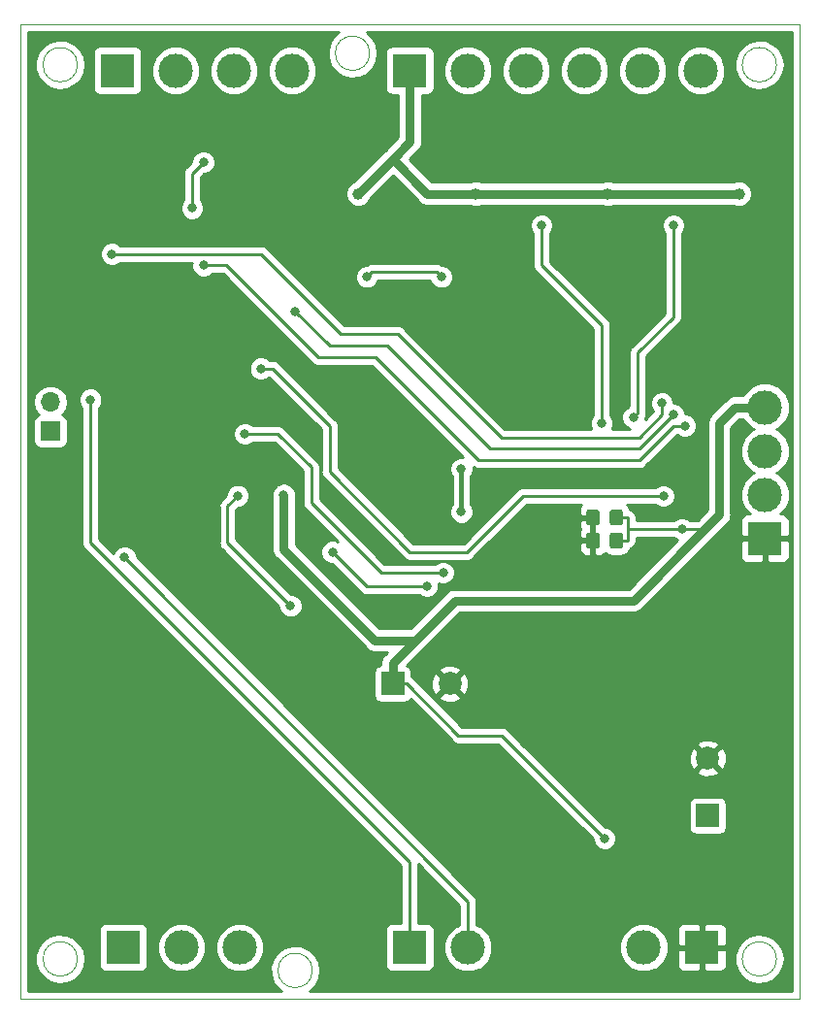
<source format=gbl>
G04 #@! TF.GenerationSoftware,KiCad,Pcbnew,(5.0.2)-1*
G04 #@! TF.CreationDate,2019-03-05T13:12:26+03:00*
G04 #@! TF.ProjectId,stm8do,73746d38-646f-42e6-9b69-6361645f7063,rev?*
G04 #@! TF.SameCoordinates,Original*
G04 #@! TF.FileFunction,Copper,L2,Bot*
G04 #@! TF.FilePolarity,Positive*
%FSLAX46Y46*%
G04 Gerber Fmt 4.6, Leading zero omitted, Abs format (unit mm)*
G04 Created by KiCad (PCBNEW (5.0.2)-1) date 05.03.2019 13:12:26*
%MOMM*%
%LPD*%
G01*
G04 APERTURE LIST*
G04 #@! TA.AperFunction,NonConductor*
%ADD10C,0.100000*%
G04 #@! TD*
G04 #@! TA.AperFunction,ComponentPad*
%ADD11O,1.700000X1.700000*%
G04 #@! TD*
G04 #@! TA.AperFunction,ComponentPad*
%ADD12R,1.700000X1.700000*%
G04 #@! TD*
G04 #@! TA.AperFunction,ComponentPad*
%ADD13C,3.000000*%
G04 #@! TD*
G04 #@! TA.AperFunction,ComponentPad*
%ADD14R,3.000000X3.000000*%
G04 #@! TD*
G04 #@! TA.AperFunction,ComponentPad*
%ADD15C,2.999740*%
G04 #@! TD*
G04 #@! TA.AperFunction,ComponentPad*
%ADD16R,2.999740X2.999740*%
G04 #@! TD*
G04 #@! TA.AperFunction,Conductor*
%ADD17C,0.100000*%
G04 #@! TD*
G04 #@! TA.AperFunction,SMDPad,CuDef*
%ADD18C,1.150000*%
G04 #@! TD*
G04 #@! TA.AperFunction,ComponentPad*
%ADD19C,2.000000*%
G04 #@! TD*
G04 #@! TA.AperFunction,ComponentPad*
%ADD20R,2.000000X2.000000*%
G04 #@! TD*
G04 #@! TA.AperFunction,ViaPad*
%ADD21C,0.800000*%
G04 #@! TD*
G04 #@! TA.AperFunction,ViaPad*
%ADD22C,1.000000*%
G04 #@! TD*
G04 #@! TA.AperFunction,Conductor*
%ADD23C,0.800000*%
G04 #@! TD*
G04 #@! TA.AperFunction,Conductor*
%ADD24C,0.250000*%
G04 #@! TD*
G04 #@! TA.AperFunction,Conductor*
%ADD25C,0.400000*%
G04 #@! TD*
G04 #@! TA.AperFunction,Conductor*
%ADD26C,0.254000*%
G04 #@! TD*
G04 APERTURE END LIST*
D10*
X74500000Y-59000000D02*
G75*
G03X74500000Y-59000000I-1500000J0D01*
G01*
X135500000Y-59000000D02*
G75*
G03X135500000Y-59000000I-1500000J0D01*
G01*
X135500000Y-137000000D02*
G75*
G03X135500000Y-137000000I-1500000J0D01*
G01*
X74500000Y-137000000D02*
G75*
G03X74500000Y-137000000I-1500000J0D01*
G01*
X95000000Y-138000000D02*
G75*
G03X95000000Y-138000000I-1500000J0D01*
G01*
X100000000Y-58000000D02*
G75*
G03X100000000Y-58000000I-1500000J0D01*
G01*
X137500000Y-55500000D02*
X69500000Y-55500000D01*
X137500000Y-140500000D02*
X137500000Y-55500000D01*
X69500000Y-140500000D02*
X137500000Y-140500000D01*
X69500000Y-55500000D02*
X69500000Y-140500000D01*
D11*
G04 #@! TO.P,J1,2*
G04 #@! TO.N,A+*
X72149834Y-88433810D03*
D12*
G04 #@! TO.P,J1,1*
G04 #@! TO.N,Net-(J1-Pad1)*
X72149834Y-90973810D03*
G04 #@! TD*
D13*
G04 #@! TO.P,P3,4*
G04 #@! TO.N,Net-(P3-Pad4)*
X93240000Y-59500000D03*
D14*
G04 #@! TO.P,P3,1*
G04 #@! TO.N,/EXT_GND*
X78000000Y-59500000D03*
D13*
G04 #@! TO.P,P3,3*
G04 #@! TO.N,Net-(P3-Pad3)*
X88160000Y-59500000D03*
G04 #@! TO.P,P3,2*
G04 #@! TO.N,Net-(P3-Pad2)*
X83080000Y-59500000D03*
G04 #@! TD*
G04 #@! TO.P,P4,3*
G04 #@! TO.N,N/C*
X88660000Y-136000000D03*
G04 #@! TO.P,P4,2*
G04 #@! TO.N,Net-(P4-Pad2)*
X83580000Y-136000000D03*
D14*
G04 #@! TO.P,P4,1*
G04 #@! TO.N,Net-(P4-Pad1)*
X78500000Y-136000000D03*
G04 #@! TD*
D15*
G04 #@! TO.P,P2,4*
G04 #@! TO.N,+5V*
X134500000Y-88880000D03*
G04 #@! TO.P,P2,3*
G04 #@! TO.N,SWIM*
X134500000Y-92690000D03*
G04 #@! TO.P,P2,2*
G04 #@! TO.N,SWIM_RST*
X134500000Y-96500000D03*
D16*
G04 #@! TO.P,P2,1*
G04 #@! TO.N,GND*
X134500000Y-100310000D03*
G04 #@! TD*
D13*
G04 #@! TO.P,P1,2*
G04 #@! TO.N,Net-(C3-Pad1)*
X123920000Y-136000000D03*
D14*
G04 #@! TO.P,P1,1*
G04 #@! TO.N,GND*
X129000000Y-136000000D03*
G04 #@! TD*
D13*
G04 #@! TO.P,P5,6*
G04 #@! TO.N,N/C*
X128900000Y-59500000D03*
G04 #@! TO.P,P5,5*
G04 #@! TO.N,Net-(D12-Pad3)*
X123820000Y-59500000D03*
G04 #@! TO.P,P5,4*
G04 #@! TO.N,Net-(D11-Pad3)*
X118740000Y-59500000D03*
D14*
G04 #@! TO.P,P5,1*
G04 #@! TO.N,Vbb*
X103500000Y-59500000D03*
D13*
G04 #@! TO.P,P5,3*
G04 #@! TO.N,Net-(D10-Pad3)*
X113660000Y-59500000D03*
G04 #@! TO.P,P5,2*
G04 #@! TO.N,Net-(D9-Pad3)*
X108580000Y-59500000D03*
G04 #@! TD*
D17*
G04 #@! TO.N,GND*
G04 #@! TO.C,C1*
G36*
X119824505Y-97801204D02*
X119848773Y-97804804D01*
X119872572Y-97810765D01*
X119895671Y-97819030D01*
X119917850Y-97829520D01*
X119938893Y-97842132D01*
X119958599Y-97856747D01*
X119976777Y-97873223D01*
X119993253Y-97891401D01*
X120007868Y-97911107D01*
X120020480Y-97932150D01*
X120030970Y-97954329D01*
X120039235Y-97977428D01*
X120045196Y-98001227D01*
X120048796Y-98025495D01*
X120050000Y-98049999D01*
X120050000Y-98950001D01*
X120048796Y-98974505D01*
X120045196Y-98998773D01*
X120039235Y-99022572D01*
X120030970Y-99045671D01*
X120020480Y-99067850D01*
X120007868Y-99088893D01*
X119993253Y-99108599D01*
X119976777Y-99126777D01*
X119958599Y-99143253D01*
X119938893Y-99157868D01*
X119917850Y-99170480D01*
X119895671Y-99180970D01*
X119872572Y-99189235D01*
X119848773Y-99195196D01*
X119824505Y-99198796D01*
X119800001Y-99200000D01*
X119149999Y-99200000D01*
X119125495Y-99198796D01*
X119101227Y-99195196D01*
X119077428Y-99189235D01*
X119054329Y-99180970D01*
X119032150Y-99170480D01*
X119011107Y-99157868D01*
X118991401Y-99143253D01*
X118973223Y-99126777D01*
X118956747Y-99108599D01*
X118942132Y-99088893D01*
X118929520Y-99067850D01*
X118919030Y-99045671D01*
X118910765Y-99022572D01*
X118904804Y-98998773D01*
X118901204Y-98974505D01*
X118900000Y-98950001D01*
X118900000Y-98049999D01*
X118901204Y-98025495D01*
X118904804Y-98001227D01*
X118910765Y-97977428D01*
X118919030Y-97954329D01*
X118929520Y-97932150D01*
X118942132Y-97911107D01*
X118956747Y-97891401D01*
X118973223Y-97873223D01*
X118991401Y-97856747D01*
X119011107Y-97842132D01*
X119032150Y-97829520D01*
X119054329Y-97819030D01*
X119077428Y-97810765D01*
X119101227Y-97804804D01*
X119125495Y-97801204D01*
X119149999Y-97800000D01*
X119800001Y-97800000D01*
X119824505Y-97801204D01*
X119824505Y-97801204D01*
G37*
D18*
G04 #@! TD*
G04 #@! TO.P,C1,2*
G04 #@! TO.N,GND*
X119475000Y-98500000D03*
D17*
G04 #@! TO.N,+5V*
G04 #@! TO.C,C1*
G36*
X121874505Y-97801204D02*
X121898773Y-97804804D01*
X121922572Y-97810765D01*
X121945671Y-97819030D01*
X121967850Y-97829520D01*
X121988893Y-97842132D01*
X122008599Y-97856747D01*
X122026777Y-97873223D01*
X122043253Y-97891401D01*
X122057868Y-97911107D01*
X122070480Y-97932150D01*
X122080970Y-97954329D01*
X122089235Y-97977428D01*
X122095196Y-98001227D01*
X122098796Y-98025495D01*
X122100000Y-98049999D01*
X122100000Y-98950001D01*
X122098796Y-98974505D01*
X122095196Y-98998773D01*
X122089235Y-99022572D01*
X122080970Y-99045671D01*
X122070480Y-99067850D01*
X122057868Y-99088893D01*
X122043253Y-99108599D01*
X122026777Y-99126777D01*
X122008599Y-99143253D01*
X121988893Y-99157868D01*
X121967850Y-99170480D01*
X121945671Y-99180970D01*
X121922572Y-99189235D01*
X121898773Y-99195196D01*
X121874505Y-99198796D01*
X121850001Y-99200000D01*
X121199999Y-99200000D01*
X121175495Y-99198796D01*
X121151227Y-99195196D01*
X121127428Y-99189235D01*
X121104329Y-99180970D01*
X121082150Y-99170480D01*
X121061107Y-99157868D01*
X121041401Y-99143253D01*
X121023223Y-99126777D01*
X121006747Y-99108599D01*
X120992132Y-99088893D01*
X120979520Y-99067850D01*
X120969030Y-99045671D01*
X120960765Y-99022572D01*
X120954804Y-98998773D01*
X120951204Y-98974505D01*
X120950000Y-98950001D01*
X120950000Y-98049999D01*
X120951204Y-98025495D01*
X120954804Y-98001227D01*
X120960765Y-97977428D01*
X120969030Y-97954329D01*
X120979520Y-97932150D01*
X120992132Y-97911107D01*
X121006747Y-97891401D01*
X121023223Y-97873223D01*
X121041401Y-97856747D01*
X121061107Y-97842132D01*
X121082150Y-97829520D01*
X121104329Y-97819030D01*
X121127428Y-97810765D01*
X121151227Y-97804804D01*
X121175495Y-97801204D01*
X121199999Y-97800000D01*
X121850001Y-97800000D01*
X121874505Y-97801204D01*
X121874505Y-97801204D01*
G37*
D18*
G04 #@! TD*
G04 #@! TO.P,C1,1*
G04 #@! TO.N,+5V*
X121525000Y-98500000D03*
D17*
G04 #@! TO.N,GND*
G04 #@! TO.C,C2*
G36*
X119824505Y-99801204D02*
X119848773Y-99804804D01*
X119872572Y-99810765D01*
X119895671Y-99819030D01*
X119917850Y-99829520D01*
X119938893Y-99842132D01*
X119958599Y-99856747D01*
X119976777Y-99873223D01*
X119993253Y-99891401D01*
X120007868Y-99911107D01*
X120020480Y-99932150D01*
X120030970Y-99954329D01*
X120039235Y-99977428D01*
X120045196Y-100001227D01*
X120048796Y-100025495D01*
X120050000Y-100049999D01*
X120050000Y-100950001D01*
X120048796Y-100974505D01*
X120045196Y-100998773D01*
X120039235Y-101022572D01*
X120030970Y-101045671D01*
X120020480Y-101067850D01*
X120007868Y-101088893D01*
X119993253Y-101108599D01*
X119976777Y-101126777D01*
X119958599Y-101143253D01*
X119938893Y-101157868D01*
X119917850Y-101170480D01*
X119895671Y-101180970D01*
X119872572Y-101189235D01*
X119848773Y-101195196D01*
X119824505Y-101198796D01*
X119800001Y-101200000D01*
X119149999Y-101200000D01*
X119125495Y-101198796D01*
X119101227Y-101195196D01*
X119077428Y-101189235D01*
X119054329Y-101180970D01*
X119032150Y-101170480D01*
X119011107Y-101157868D01*
X118991401Y-101143253D01*
X118973223Y-101126777D01*
X118956747Y-101108599D01*
X118942132Y-101088893D01*
X118929520Y-101067850D01*
X118919030Y-101045671D01*
X118910765Y-101022572D01*
X118904804Y-100998773D01*
X118901204Y-100974505D01*
X118900000Y-100950001D01*
X118900000Y-100049999D01*
X118901204Y-100025495D01*
X118904804Y-100001227D01*
X118910765Y-99977428D01*
X118919030Y-99954329D01*
X118929520Y-99932150D01*
X118942132Y-99911107D01*
X118956747Y-99891401D01*
X118973223Y-99873223D01*
X118991401Y-99856747D01*
X119011107Y-99842132D01*
X119032150Y-99829520D01*
X119054329Y-99819030D01*
X119077428Y-99810765D01*
X119101227Y-99804804D01*
X119125495Y-99801204D01*
X119149999Y-99800000D01*
X119800001Y-99800000D01*
X119824505Y-99801204D01*
X119824505Y-99801204D01*
G37*
D18*
G04 #@! TD*
G04 #@! TO.P,C2,2*
G04 #@! TO.N,GND*
X119475000Y-100500000D03*
D17*
G04 #@! TO.N,+5V*
G04 #@! TO.C,C2*
G36*
X121874505Y-99801204D02*
X121898773Y-99804804D01*
X121922572Y-99810765D01*
X121945671Y-99819030D01*
X121967850Y-99829520D01*
X121988893Y-99842132D01*
X122008599Y-99856747D01*
X122026777Y-99873223D01*
X122043253Y-99891401D01*
X122057868Y-99911107D01*
X122070480Y-99932150D01*
X122080970Y-99954329D01*
X122089235Y-99977428D01*
X122095196Y-100001227D01*
X122098796Y-100025495D01*
X122100000Y-100049999D01*
X122100000Y-100950001D01*
X122098796Y-100974505D01*
X122095196Y-100998773D01*
X122089235Y-101022572D01*
X122080970Y-101045671D01*
X122070480Y-101067850D01*
X122057868Y-101088893D01*
X122043253Y-101108599D01*
X122026777Y-101126777D01*
X122008599Y-101143253D01*
X121988893Y-101157868D01*
X121967850Y-101170480D01*
X121945671Y-101180970D01*
X121922572Y-101189235D01*
X121898773Y-101195196D01*
X121874505Y-101198796D01*
X121850001Y-101200000D01*
X121199999Y-101200000D01*
X121175495Y-101198796D01*
X121151227Y-101195196D01*
X121127428Y-101189235D01*
X121104329Y-101180970D01*
X121082150Y-101170480D01*
X121061107Y-101157868D01*
X121041401Y-101143253D01*
X121023223Y-101126777D01*
X121006747Y-101108599D01*
X120992132Y-101088893D01*
X120979520Y-101067850D01*
X120969030Y-101045671D01*
X120960765Y-101022572D01*
X120954804Y-100998773D01*
X120951204Y-100974505D01*
X120950000Y-100950001D01*
X120950000Y-100049999D01*
X120951204Y-100025495D01*
X120954804Y-100001227D01*
X120960765Y-99977428D01*
X120969030Y-99954329D01*
X120979520Y-99932150D01*
X120992132Y-99911107D01*
X121006747Y-99891401D01*
X121023223Y-99873223D01*
X121041401Y-99856747D01*
X121061107Y-99842132D01*
X121082150Y-99829520D01*
X121104329Y-99819030D01*
X121127428Y-99810765D01*
X121151227Y-99804804D01*
X121175495Y-99801204D01*
X121199999Y-99800000D01*
X121850001Y-99800000D01*
X121874505Y-99801204D01*
X121874505Y-99801204D01*
G37*
D18*
G04 #@! TD*
G04 #@! TO.P,C2,1*
G04 #@! TO.N,+5V*
X121525000Y-100500000D03*
D19*
G04 #@! TO.P,C3,2*
G04 #@! TO.N,GND*
X129500000Y-119500000D03*
D20*
G04 #@! TO.P,C3,1*
G04 #@! TO.N,Net-(C3-Pad1)*
X129500000Y-124500000D03*
G04 #@! TD*
D19*
G04 #@! TO.P,C7,2*
G04 #@! TO.N,GND*
X107000000Y-113000000D03*
D20*
G04 #@! TO.P,C7,1*
G04 #@! TO.N,+5V*
X102000000Y-113000000D03*
G04 #@! TD*
D14*
G04 #@! TO.P,J2,1*
G04 #@! TO.N,A+*
X103500000Y-136000000D03*
D13*
G04 #@! TO.P,J2,2*
G04 #@! TO.N,B-*
X108580000Y-136000000D03*
G04 #@! TD*
D21*
G04 #@! TO.N,GND*
X82548594Y-93305530D03*
X85977594Y-100544530D03*
X82299674Y-87133330D03*
X110786782Y-127573959D03*
X123000000Y-80500000D03*
X112500000Y-82500000D03*
X101603960Y-81358880D03*
X123698000Y-100711000D03*
X76500000Y-120000000D03*
X75000000Y-123500000D03*
X77000000Y-123500000D03*
X75500000Y-120000000D03*
D22*
X102000000Y-119000000D03*
D21*
X129785440Y-81285440D03*
X122500000Y-113500000D03*
X79750000Y-74250000D03*
X71500000Y-74500000D03*
X90500000Y-72500000D03*
X113500000Y-89500000D03*
X114500000Y-100500000D03*
X72500000Y-101000000D03*
X75500000Y-105000000D03*
X72000000Y-107500000D03*
G04 #@! TO.N,+5V*
X127250000Y-99500000D03*
X92500000Y-96500000D03*
X120500000Y-126500000D03*
G04 #@! TO.N,Net-(C9-Pad2)*
X84500000Y-71500000D03*
X85500000Y-67500000D03*
G04 #@! TO.N,AIN2*
X108000000Y-98000000D03*
X108000000Y-94250000D03*
G04 #@! TO.N,Net-(D4-Pad2)*
X106250000Y-77500000D03*
X99750000Y-77500000D03*
D22*
G04 #@! TO.N,Vbb*
X99000000Y-70250000D03*
X109250000Y-70250000D03*
X120750000Y-70250000D03*
X132250000Y-70250000D03*
D21*
G04 #@! TO.N,OUT2*
X120250000Y-90250000D03*
X115000000Y-73000000D03*
G04 #@! TO.N,OUT3*
X123000000Y-89750000D03*
X126500000Y-73000000D03*
G04 #@! TO.N,STATUS*
X125620560Y-96620560D03*
X90500000Y-85500000D03*
G04 #@! TO.N,IN1*
X126500000Y-89500000D03*
X93500000Y-80500000D03*
G04 #@! TO.N,IN2*
X127500000Y-90500000D03*
X85500000Y-76500000D03*
G04 #@! TO.N,IN3*
X125500000Y-88500000D03*
X77500000Y-75500000D03*
G04 #@! TO.N,RO*
X105000000Y-104500000D03*
X96750000Y-101500000D03*
G04 #@! TO.N,IN/OUT*
X93100000Y-106200000D03*
X88500000Y-96600000D03*
G04 #@! TO.N,DI*
X106400000Y-103300000D03*
X89100000Y-91200000D03*
G04 #@! TO.N,A+*
X75634100Y-88202500D03*
G04 #@! TO.N,B-*
X78618600Y-101943900D03*
G04 #@! TD*
D23*
G04 #@! TO.N,+5V*
X102000000Y-113000000D02*
X102000000Y-111200000D01*
X107450000Y-105750000D02*
X123000000Y-105750000D01*
X130500000Y-98250000D02*
X130500000Y-90250000D01*
X131870000Y-88880000D02*
X134500000Y-88880000D01*
X130500000Y-90250000D02*
X131870000Y-88880000D01*
D24*
X127250000Y-99500000D02*
X129250000Y-99500000D01*
D23*
X123000000Y-105750000D02*
X129250000Y-99500000D01*
X129250000Y-99500000D02*
X130500000Y-98250000D01*
X104000000Y-109200000D02*
X107450000Y-105750000D01*
X102000000Y-111200000D02*
X104000000Y-109200000D01*
X104000000Y-109200000D02*
X100450000Y-109200000D01*
X100450000Y-109200000D02*
X92500000Y-101250000D01*
X92500000Y-101250000D02*
X92500000Y-96500000D01*
D24*
X103250000Y-113000000D02*
X102000000Y-113000000D01*
X107750000Y-117500000D02*
X103250000Y-113000000D01*
X120500000Y-126500000D02*
X111500000Y-117500000D01*
X111500000Y-117500000D02*
X107750000Y-117500000D01*
X121525000Y-100500000D02*
X122500000Y-100500000D01*
X122500000Y-100500000D02*
X122500000Y-98500000D01*
X122500000Y-98500000D02*
X121525000Y-98500000D01*
X127250000Y-99500000D02*
X122500000Y-99500000D01*
G04 #@! TO.N,Net-(C9-Pad2)*
X84500000Y-71500000D02*
X84500000Y-68500000D01*
X84500000Y-68500000D02*
X85500000Y-67500000D01*
D25*
G04 #@! TO.N,AIN2*
X108000000Y-98000000D02*
X108000000Y-94250000D01*
D24*
G04 #@! TO.N,Net-(D4-Pad2)*
X105850001Y-77100001D02*
X100149999Y-77100001D01*
X106250000Y-77500000D02*
X105850001Y-77100001D01*
X100149999Y-77100001D02*
X99750000Y-77500000D01*
D23*
G04 #@! TO.N,Vbb*
X103500000Y-65750000D02*
X103500000Y-59500000D01*
X132250000Y-70250000D02*
X120750000Y-70250000D01*
X120750000Y-70250000D02*
X109250000Y-70250000D01*
X105000000Y-70250000D02*
X102000000Y-67250000D01*
X109250000Y-70250000D02*
X105000000Y-70250000D01*
X99000000Y-70250000D02*
X102000000Y-67250000D01*
X102000000Y-67250000D02*
X103500000Y-65750000D01*
D24*
G04 #@! TO.N,OUT2*
X120250000Y-90250000D02*
X120250000Y-81750000D01*
X120250000Y-81750000D02*
X115000000Y-76500000D01*
X115000000Y-76500000D02*
X115000000Y-73000000D01*
G04 #@! TO.N,OUT3*
X123399999Y-89350001D02*
X123399999Y-84100001D01*
X123000000Y-89750000D02*
X123399999Y-89350001D01*
X123399999Y-84100001D02*
X126500000Y-81000000D01*
X126500000Y-81000000D02*
X126500000Y-73000000D01*
G04 #@! TO.N,STATUS*
X125620560Y-96620560D02*
X113379440Y-96620560D01*
X113379440Y-96620560D02*
X108500000Y-101500000D01*
X108500000Y-101500000D02*
X103500000Y-101500000D01*
X103500000Y-101500000D02*
X96500000Y-94500000D01*
X96500000Y-94500000D02*
X96500000Y-90500000D01*
X96500000Y-90500000D02*
X91500000Y-85500000D01*
X91500000Y-85500000D02*
X90500000Y-85500000D01*
G04 #@! TO.N,IN1*
X126500000Y-89500000D02*
X126100001Y-89899999D01*
X126100001Y-89899999D02*
X123500000Y-92500000D01*
X123500000Y-92500000D02*
X110500000Y-92500000D01*
X110500000Y-92500000D02*
X101500000Y-83500000D01*
X101500000Y-83500000D02*
X96500000Y-83500000D01*
X96500000Y-83500000D02*
X93500000Y-80500000D01*
G04 #@! TO.N,IN2*
X127500000Y-90500000D02*
X126500000Y-90500000D01*
X126500000Y-90500000D02*
X123500000Y-93500000D01*
X123500000Y-93500000D02*
X109500000Y-93500000D01*
X109500000Y-93500000D02*
X101500000Y-85500000D01*
X101500000Y-85500000D02*
X100500000Y-84500000D01*
X100500000Y-84500000D02*
X95500000Y-84500000D01*
X95500000Y-84500000D02*
X91500000Y-80500000D01*
X91500000Y-80500000D02*
X87500000Y-76500000D01*
X87500000Y-76500000D02*
X85500000Y-76500000D01*
G04 #@! TO.N,IN3*
X125500000Y-88500000D02*
X125500000Y-89500000D01*
X125500000Y-89500000D02*
X123500000Y-91500000D01*
X123500000Y-91500000D02*
X114500000Y-91500000D01*
X114500000Y-91500000D02*
X111500000Y-91500000D01*
X111500000Y-91500000D02*
X102500000Y-82500000D01*
X102500000Y-82500000D02*
X97500000Y-82500000D01*
X97500000Y-82500000D02*
X90500000Y-75500000D01*
X90500000Y-75500000D02*
X77500000Y-75500000D01*
G04 #@! TO.N,RO*
X105000000Y-104500000D02*
X99750000Y-104500000D01*
X99750000Y-104500000D02*
X96750000Y-101500000D01*
G04 #@! TO.N,IN/OUT*
X93100000Y-106200000D02*
X89100000Y-102200000D01*
X89100000Y-102200000D02*
X87800000Y-100900000D01*
X87800000Y-100900000D02*
X87600000Y-100700000D01*
X87600000Y-100700000D02*
X87600000Y-97500000D01*
X87600000Y-97500000D02*
X88500000Y-96600000D01*
G04 #@! TO.N,DI*
X106400000Y-103300000D02*
X101000000Y-103300000D01*
X101000000Y-103300000D02*
X94900000Y-97200000D01*
X94900000Y-97200000D02*
X94900000Y-94100000D01*
X94900000Y-94100000D02*
X92000000Y-91200000D01*
X92000000Y-91200000D02*
X89100000Y-91200000D01*
G04 #@! TO.N,A+*
X103500000Y-134250000D02*
X103472500Y-134222500D01*
X103500000Y-136000000D02*
X103500000Y-134250000D01*
X103472500Y-134222500D02*
X103472500Y-128537700D01*
X103472500Y-128537700D02*
X75634100Y-100699300D01*
X75634100Y-100699300D02*
X75634100Y-88202500D01*
G04 #@! TO.N,B-*
X108580000Y-132019600D02*
X108580000Y-136000000D01*
X78618600Y-101943900D02*
X108580000Y-132019600D01*
G04 #@! TD*
D26*
G04 #@! TO.N,GND*
G36*
X96990574Y-56392624D02*
X96551297Y-56968215D01*
X96322147Y-57655062D01*
X96327834Y-58379104D01*
X96567744Y-59062267D01*
X97016007Y-59630887D01*
X97624289Y-60023649D01*
X98326998Y-60198203D01*
X99048361Y-60135726D01*
X99710595Y-59842955D01*
X100242292Y-59351460D01*
X100586118Y-58714238D01*
X100705000Y-58000000D01*
X100704728Y-57965365D01*
X100574642Y-57253083D01*
X100220849Y-56621340D01*
X99733685Y-56185000D01*
X136815001Y-56185000D01*
X136815000Y-139815000D01*
X94740837Y-139815000D01*
X95242292Y-139351460D01*
X95586118Y-138714238D01*
X95705000Y-138000000D01*
X95704728Y-137965365D01*
X95574642Y-137253083D01*
X95220849Y-136621340D01*
X94681498Y-136138257D01*
X94014747Y-135855924D01*
X93292491Y-135804786D01*
X92592611Y-135990356D01*
X91990574Y-136392624D01*
X91551297Y-136968215D01*
X91322147Y-137655062D01*
X91327834Y-138379104D01*
X91567744Y-139062267D01*
X92016007Y-139630887D01*
X92301148Y-139815000D01*
X70185000Y-139815000D01*
X70185000Y-136655062D01*
X70822147Y-136655062D01*
X70827834Y-137379104D01*
X71067744Y-138062267D01*
X71516007Y-138630887D01*
X72124289Y-139023649D01*
X72826998Y-139198203D01*
X73548361Y-139135726D01*
X74210595Y-138842955D01*
X74742292Y-138351460D01*
X75086118Y-137714238D01*
X75205000Y-137000000D01*
X75204728Y-136965365D01*
X75074642Y-136253083D01*
X74720849Y-135621340D01*
X74181498Y-135138257D01*
X73514747Y-134855924D01*
X72792491Y-134804786D01*
X72092611Y-134990356D01*
X71490574Y-135392624D01*
X71051297Y-135968215D01*
X70822147Y-136655062D01*
X70185000Y-136655062D01*
X70185000Y-134500000D01*
X76352560Y-134500000D01*
X76352560Y-137500000D01*
X76401843Y-137747765D01*
X76542191Y-137957809D01*
X76752235Y-138098157D01*
X77000000Y-138147440D01*
X80000000Y-138147440D01*
X80247765Y-138098157D01*
X80457809Y-137957809D01*
X80598157Y-137747765D01*
X80647440Y-137500000D01*
X80647440Y-135575322D01*
X81445000Y-135575322D01*
X81445000Y-136424678D01*
X81770034Y-137209380D01*
X82370620Y-137809966D01*
X83155322Y-138135000D01*
X84004678Y-138135000D01*
X84789380Y-137809966D01*
X85389966Y-137209380D01*
X85715000Y-136424678D01*
X85715000Y-135575322D01*
X86525000Y-135575322D01*
X86525000Y-136424678D01*
X86850034Y-137209380D01*
X87450620Y-137809966D01*
X88235322Y-138135000D01*
X89084678Y-138135000D01*
X89869380Y-137809966D01*
X90469966Y-137209380D01*
X90795000Y-136424678D01*
X90795000Y-135575322D01*
X90469966Y-134790620D01*
X89869380Y-134190034D01*
X89084678Y-133865000D01*
X88235322Y-133865000D01*
X87450620Y-134190034D01*
X86850034Y-134790620D01*
X86525000Y-135575322D01*
X85715000Y-135575322D01*
X85389966Y-134790620D01*
X84789380Y-134190034D01*
X84004678Y-133865000D01*
X83155322Y-133865000D01*
X82370620Y-134190034D01*
X81770034Y-134790620D01*
X81445000Y-135575322D01*
X80647440Y-135575322D01*
X80647440Y-134500000D01*
X80598157Y-134252235D01*
X80457809Y-134042191D01*
X80247765Y-133901843D01*
X80000000Y-133852560D01*
X77000000Y-133852560D01*
X76752235Y-133901843D01*
X76542191Y-134042191D01*
X76401843Y-134252235D01*
X76352560Y-134500000D01*
X70185000Y-134500000D01*
X70185000Y-88433810D01*
X70635742Y-88433810D01*
X70750995Y-89013228D01*
X71079209Y-89504435D01*
X71097453Y-89516626D01*
X71052069Y-89525653D01*
X70842025Y-89666001D01*
X70701677Y-89876045D01*
X70652394Y-90123810D01*
X70652394Y-91823810D01*
X70701677Y-92071575D01*
X70842025Y-92281619D01*
X71052069Y-92421967D01*
X71299834Y-92471250D01*
X72999834Y-92471250D01*
X73247599Y-92421967D01*
X73457643Y-92281619D01*
X73597991Y-92071575D01*
X73647274Y-91823810D01*
X73647274Y-90123810D01*
X73597991Y-89876045D01*
X73457643Y-89666001D01*
X73247599Y-89525653D01*
X73202215Y-89516626D01*
X73220459Y-89504435D01*
X73548673Y-89013228D01*
X73663926Y-88433810D01*
X73576966Y-87996626D01*
X74599100Y-87996626D01*
X74599100Y-88408374D01*
X74756669Y-88788780D01*
X74874101Y-88906212D01*
X74874100Y-100624453D01*
X74859212Y-100699300D01*
X74874100Y-100774147D01*
X74874100Y-100774151D01*
X74918196Y-100995836D01*
X75086171Y-101247229D01*
X75149630Y-101289631D01*
X102712501Y-128852503D01*
X102712500Y-133852560D01*
X102000000Y-133852560D01*
X101752235Y-133901843D01*
X101542191Y-134042191D01*
X101401843Y-134252235D01*
X101352560Y-134500000D01*
X101352560Y-137500000D01*
X101401843Y-137747765D01*
X101542191Y-137957809D01*
X101752235Y-138098157D01*
X102000000Y-138147440D01*
X105000000Y-138147440D01*
X105247765Y-138098157D01*
X105457809Y-137957809D01*
X105598157Y-137747765D01*
X105647440Y-137500000D01*
X105647440Y-134500000D01*
X105598157Y-134252235D01*
X105457809Y-134042191D01*
X105247765Y-133901843D01*
X105000000Y-133852560D01*
X104232500Y-133852560D01*
X104232500Y-128732369D01*
X107820000Y-132333555D01*
X107820000Y-134003895D01*
X107370620Y-134190034D01*
X106770034Y-134790620D01*
X106445000Y-135575322D01*
X106445000Y-136424678D01*
X106770034Y-137209380D01*
X107370620Y-137809966D01*
X108155322Y-138135000D01*
X109004678Y-138135000D01*
X109789380Y-137809966D01*
X110389966Y-137209380D01*
X110715000Y-136424678D01*
X110715000Y-135575322D01*
X121785000Y-135575322D01*
X121785000Y-136424678D01*
X122110034Y-137209380D01*
X122710620Y-137809966D01*
X123495322Y-138135000D01*
X124344678Y-138135000D01*
X125129380Y-137809966D01*
X125729966Y-137209380D01*
X126055000Y-136424678D01*
X126055000Y-136285750D01*
X126865000Y-136285750D01*
X126865000Y-137626310D01*
X126961673Y-137859699D01*
X127140302Y-138038327D01*
X127373691Y-138135000D01*
X128714250Y-138135000D01*
X128873000Y-137976250D01*
X128873000Y-136127000D01*
X129127000Y-136127000D01*
X129127000Y-137976250D01*
X129285750Y-138135000D01*
X130626309Y-138135000D01*
X130859698Y-138038327D01*
X131038327Y-137859699D01*
X131135000Y-137626310D01*
X131135000Y-136655062D01*
X131822147Y-136655062D01*
X131827834Y-137379104D01*
X132067744Y-138062267D01*
X132516007Y-138630887D01*
X133124289Y-139023649D01*
X133826998Y-139198203D01*
X134548361Y-139135726D01*
X135210595Y-138842955D01*
X135742292Y-138351460D01*
X136086118Y-137714238D01*
X136205000Y-137000000D01*
X136204728Y-136965365D01*
X136074642Y-136253083D01*
X135720849Y-135621340D01*
X135181498Y-135138257D01*
X134514747Y-134855924D01*
X133792491Y-134804786D01*
X133092611Y-134990356D01*
X132490574Y-135392624D01*
X132051297Y-135968215D01*
X131822147Y-136655062D01*
X131135000Y-136655062D01*
X131135000Y-136285750D01*
X130976250Y-136127000D01*
X129127000Y-136127000D01*
X128873000Y-136127000D01*
X127023750Y-136127000D01*
X126865000Y-136285750D01*
X126055000Y-136285750D01*
X126055000Y-135575322D01*
X125729966Y-134790620D01*
X125313036Y-134373690D01*
X126865000Y-134373690D01*
X126865000Y-135714250D01*
X127023750Y-135873000D01*
X128873000Y-135873000D01*
X128873000Y-134023750D01*
X129127000Y-134023750D01*
X129127000Y-135873000D01*
X130976250Y-135873000D01*
X131135000Y-135714250D01*
X131135000Y-134373690D01*
X131038327Y-134140301D01*
X130859698Y-133961673D01*
X130626309Y-133865000D01*
X129285750Y-133865000D01*
X129127000Y-134023750D01*
X128873000Y-134023750D01*
X128714250Y-133865000D01*
X127373691Y-133865000D01*
X127140302Y-133961673D01*
X126961673Y-134140301D01*
X126865000Y-134373690D01*
X125313036Y-134373690D01*
X125129380Y-134190034D01*
X124344678Y-133865000D01*
X123495322Y-133865000D01*
X122710620Y-134190034D01*
X122110034Y-134790620D01*
X121785000Y-135575322D01*
X110715000Y-135575322D01*
X110389966Y-134790620D01*
X109789380Y-134190034D01*
X109340000Y-134003895D01*
X109340000Y-132095174D01*
X109354886Y-132021074D01*
X109340000Y-131945485D01*
X109340000Y-131944748D01*
X109325420Y-131871451D01*
X109296466Y-131724425D01*
X109296051Y-131723801D01*
X109295904Y-131723063D01*
X109212333Y-131597991D01*
X109171250Y-131536251D01*
X109170734Y-131535733D01*
X109127929Y-131471671D01*
X109065082Y-131429678D01*
X79653600Y-101905995D01*
X79653600Y-101738026D01*
X79496031Y-101357620D01*
X79204880Y-101066469D01*
X78824474Y-100908900D01*
X78412726Y-100908900D01*
X78032320Y-101066469D01*
X77741169Y-101357620D01*
X77631642Y-101622041D01*
X76394100Y-100384499D01*
X76394100Y-97500000D01*
X86825112Y-97500000D01*
X86840001Y-97574852D01*
X86840000Y-100625153D01*
X86825112Y-100700000D01*
X86840000Y-100774847D01*
X86840000Y-100774851D01*
X86884096Y-100996536D01*
X87052071Y-101247929D01*
X87115530Y-101290331D01*
X87209671Y-101384472D01*
X88615527Y-102790329D01*
X88615530Y-102790331D01*
X92065000Y-106239802D01*
X92065000Y-106405874D01*
X92222569Y-106786280D01*
X92513720Y-107077431D01*
X92894126Y-107235000D01*
X93305874Y-107235000D01*
X93686280Y-107077431D01*
X93977431Y-106786280D01*
X94135000Y-106405874D01*
X94135000Y-105994126D01*
X93977431Y-105613720D01*
X93686280Y-105322569D01*
X93305874Y-105165000D01*
X93139802Y-105165000D01*
X89690331Y-101715530D01*
X89690329Y-101715527D01*
X88360000Y-100385199D01*
X88360000Y-97814801D01*
X88539801Y-97635000D01*
X88705874Y-97635000D01*
X89086280Y-97477431D01*
X89377431Y-97186280D01*
X89535000Y-96805874D01*
X89535000Y-96394126D01*
X89377431Y-96013720D01*
X89086280Y-95722569D01*
X88705874Y-95565000D01*
X88294126Y-95565000D01*
X87913720Y-95722569D01*
X87622569Y-96013720D01*
X87465000Y-96394126D01*
X87465000Y-96560199D01*
X87115528Y-96909671D01*
X87052072Y-96952071D01*
X87009672Y-97015527D01*
X87009671Y-97015528D01*
X86884097Y-97203463D01*
X86825112Y-97500000D01*
X76394100Y-97500000D01*
X76394100Y-90994126D01*
X88065000Y-90994126D01*
X88065000Y-91405874D01*
X88222569Y-91786280D01*
X88513720Y-92077431D01*
X88894126Y-92235000D01*
X89305874Y-92235000D01*
X89686280Y-92077431D01*
X89803711Y-91960000D01*
X91685199Y-91960000D01*
X94140001Y-94414804D01*
X94140000Y-97125153D01*
X94125112Y-97200000D01*
X94140000Y-97274847D01*
X94140000Y-97274851D01*
X94184096Y-97496536D01*
X94352071Y-97747929D01*
X94415530Y-97790331D01*
X97185180Y-100559981D01*
X96955874Y-100465000D01*
X96544126Y-100465000D01*
X96163720Y-100622569D01*
X95872569Y-100913720D01*
X95715000Y-101294126D01*
X95715000Y-101705874D01*
X95872569Y-102086280D01*
X96163720Y-102377431D01*
X96544126Y-102535000D01*
X96710199Y-102535000D01*
X99159671Y-104984473D01*
X99202071Y-105047929D01*
X99265527Y-105090329D01*
X99453462Y-105215904D01*
X99501605Y-105225480D01*
X99675148Y-105260000D01*
X99675152Y-105260000D01*
X99750000Y-105274888D01*
X99824848Y-105260000D01*
X104296289Y-105260000D01*
X104413720Y-105377431D01*
X104794126Y-105535000D01*
X105205874Y-105535000D01*
X105586280Y-105377431D01*
X105877431Y-105086280D01*
X106035000Y-104705874D01*
X106035000Y-104294126D01*
X106022481Y-104263902D01*
X106194126Y-104335000D01*
X106605874Y-104335000D01*
X106986280Y-104177431D01*
X107277431Y-103886280D01*
X107435000Y-103505874D01*
X107435000Y-103094126D01*
X107277431Y-102713720D01*
X106986280Y-102422569D01*
X106605874Y-102265000D01*
X106194126Y-102265000D01*
X105813720Y-102422569D01*
X105696289Y-102540000D01*
X101314802Y-102540000D01*
X95660000Y-96885199D01*
X95660000Y-94174846D01*
X95674888Y-94099999D01*
X95660000Y-94025152D01*
X95660000Y-94025148D01*
X95615904Y-93803463D01*
X95574102Y-93740902D01*
X95490329Y-93615526D01*
X95490327Y-93615524D01*
X95447929Y-93552071D01*
X95384476Y-93509673D01*
X92590331Y-90715530D01*
X92547929Y-90652071D01*
X92296537Y-90484096D01*
X92074852Y-90440000D01*
X92074847Y-90440000D01*
X92000000Y-90425112D01*
X91925153Y-90440000D01*
X89803711Y-90440000D01*
X89686280Y-90322569D01*
X89305874Y-90165000D01*
X88894126Y-90165000D01*
X88513720Y-90322569D01*
X88222569Y-90613720D01*
X88065000Y-90994126D01*
X76394100Y-90994126D01*
X76394100Y-88906211D01*
X76511531Y-88788780D01*
X76669100Y-88408374D01*
X76669100Y-87996626D01*
X76511531Y-87616220D01*
X76220380Y-87325069D01*
X75839974Y-87167500D01*
X75428226Y-87167500D01*
X75047820Y-87325069D01*
X74756669Y-87616220D01*
X74599100Y-87996626D01*
X73576966Y-87996626D01*
X73548673Y-87854392D01*
X73220459Y-87363185D01*
X72729252Y-87034971D01*
X72296090Y-86948810D01*
X72003578Y-86948810D01*
X71570416Y-87034971D01*
X71079209Y-87363185D01*
X70750995Y-87854392D01*
X70635742Y-88433810D01*
X70185000Y-88433810D01*
X70185000Y-85294126D01*
X89465000Y-85294126D01*
X89465000Y-85705874D01*
X89622569Y-86086280D01*
X89913720Y-86377431D01*
X90294126Y-86535000D01*
X90705874Y-86535000D01*
X91086280Y-86377431D01*
X91194455Y-86269256D01*
X95740001Y-90814803D01*
X95740000Y-94425153D01*
X95725112Y-94500000D01*
X95740000Y-94574847D01*
X95740000Y-94574851D01*
X95784096Y-94796536D01*
X95952071Y-95047929D01*
X96015530Y-95090331D01*
X102909670Y-101984472D01*
X102952071Y-102047929D01*
X103203463Y-102215904D01*
X103425148Y-102260000D01*
X103425153Y-102260000D01*
X103500000Y-102274888D01*
X103574847Y-102260000D01*
X108425153Y-102260000D01*
X108500000Y-102274888D01*
X108574847Y-102260000D01*
X108574852Y-102260000D01*
X108796537Y-102215904D01*
X109047929Y-102047929D01*
X109090331Y-101984470D01*
X110289051Y-100785750D01*
X118265000Y-100785750D01*
X118265000Y-101326310D01*
X118361673Y-101559699D01*
X118540302Y-101738327D01*
X118773691Y-101835000D01*
X119189250Y-101835000D01*
X119348000Y-101676250D01*
X119348000Y-100627000D01*
X118423750Y-100627000D01*
X118265000Y-100785750D01*
X110289051Y-100785750D01*
X112289051Y-98785750D01*
X118265000Y-98785750D01*
X118265000Y-99326310D01*
X118336945Y-99500000D01*
X118265000Y-99673690D01*
X118265000Y-100214250D01*
X118423750Y-100373000D01*
X119348000Y-100373000D01*
X119348000Y-98627000D01*
X118423750Y-98627000D01*
X118265000Y-98785750D01*
X112289051Y-98785750D01*
X113694242Y-97380560D01*
X118421414Y-97380560D01*
X118361673Y-97440301D01*
X118265000Y-97673690D01*
X118265000Y-98214250D01*
X118423750Y-98373000D01*
X119348000Y-98373000D01*
X119348000Y-98353000D01*
X119602000Y-98353000D01*
X119602000Y-98373000D01*
X119622000Y-98373000D01*
X119622000Y-98627000D01*
X119602000Y-98627000D01*
X119602000Y-100373000D01*
X119622000Y-100373000D01*
X119622000Y-100627000D01*
X119602000Y-100627000D01*
X119602000Y-101676250D01*
X119760750Y-101835000D01*
X120176309Y-101835000D01*
X120409698Y-101738327D01*
X120564623Y-101583403D01*
X120565414Y-101584586D01*
X120856564Y-101779127D01*
X121199999Y-101847440D01*
X121850001Y-101847440D01*
X122193436Y-101779127D01*
X122484586Y-101584586D01*
X122679127Y-101293436D01*
X122690347Y-101237026D01*
X122796537Y-101215904D01*
X123047929Y-101047929D01*
X123215904Y-100796537D01*
X123274889Y-100500000D01*
X123260000Y-100425148D01*
X123260000Y-100260000D01*
X126546289Y-100260000D01*
X126663720Y-100377431D01*
X126837059Y-100449230D01*
X122571290Y-104715000D01*
X107551934Y-104715000D01*
X107450000Y-104694724D01*
X107348065Y-104715000D01*
X107046163Y-104775052D01*
X106703807Y-105003807D01*
X106646065Y-105090224D01*
X103571290Y-108165000D01*
X100878711Y-108165000D01*
X93535000Y-100821290D01*
X93535000Y-96294126D01*
X93495224Y-96198099D01*
X93474948Y-96096163D01*
X93417207Y-96009747D01*
X93377431Y-95913720D01*
X93303935Y-95840224D01*
X93246193Y-95753807D01*
X93159776Y-95696065D01*
X93086280Y-95622569D01*
X92990253Y-95582793D01*
X92903837Y-95525052D01*
X92801902Y-95504776D01*
X92705874Y-95465000D01*
X92601935Y-95465000D01*
X92500000Y-95444724D01*
X92398066Y-95465000D01*
X92294126Y-95465000D01*
X92198098Y-95504776D01*
X92096164Y-95525052D01*
X92009749Y-95582792D01*
X91913720Y-95622569D01*
X91840222Y-95696067D01*
X91753808Y-95753807D01*
X91696068Y-95840221D01*
X91622569Y-95913720D01*
X91582792Y-96009751D01*
X91525053Y-96096163D01*
X91504778Y-96198094D01*
X91465000Y-96294126D01*
X91465000Y-96705874D01*
X91465001Y-96705876D01*
X91465000Y-101148065D01*
X91444724Y-101250000D01*
X91465000Y-101351934D01*
X91525052Y-101653836D01*
X91753807Y-101996193D01*
X91840227Y-102053937D01*
X99646065Y-109859776D01*
X99703807Y-109946193D01*
X99790223Y-110003934D01*
X100046163Y-110174948D01*
X100450000Y-110255276D01*
X100551934Y-110235000D01*
X101501290Y-110235000D01*
X101340225Y-110396065D01*
X101253808Y-110453807D01*
X101196066Y-110540224D01*
X101025052Y-110796164D01*
X100944724Y-111200000D01*
X100965001Y-111301939D01*
X100965001Y-111359522D01*
X100752235Y-111401843D01*
X100542191Y-111542191D01*
X100401843Y-111752235D01*
X100352560Y-112000000D01*
X100352560Y-114000000D01*
X100401843Y-114247765D01*
X100542191Y-114457809D01*
X100752235Y-114598157D01*
X101000000Y-114647440D01*
X103000000Y-114647440D01*
X103247765Y-114598157D01*
X103457809Y-114457809D01*
X103527984Y-114352785D01*
X107159670Y-117984472D01*
X107202071Y-118047929D01*
X107453463Y-118215904D01*
X107675148Y-118260000D01*
X107675152Y-118260000D01*
X107749999Y-118274888D01*
X107824846Y-118260000D01*
X111185199Y-118260000D01*
X119465000Y-126539802D01*
X119465000Y-126705874D01*
X119622569Y-127086280D01*
X119913720Y-127377431D01*
X120294126Y-127535000D01*
X120705874Y-127535000D01*
X121086280Y-127377431D01*
X121377431Y-127086280D01*
X121535000Y-126705874D01*
X121535000Y-126294126D01*
X121377431Y-125913720D01*
X121086280Y-125622569D01*
X120705874Y-125465000D01*
X120539802Y-125465000D01*
X118574802Y-123500000D01*
X127852560Y-123500000D01*
X127852560Y-125500000D01*
X127901843Y-125747765D01*
X128042191Y-125957809D01*
X128252235Y-126098157D01*
X128500000Y-126147440D01*
X130500000Y-126147440D01*
X130747765Y-126098157D01*
X130957809Y-125957809D01*
X131098157Y-125747765D01*
X131147440Y-125500000D01*
X131147440Y-123500000D01*
X131098157Y-123252235D01*
X130957809Y-123042191D01*
X130747765Y-122901843D01*
X130500000Y-122852560D01*
X128500000Y-122852560D01*
X128252235Y-122901843D01*
X128042191Y-123042191D01*
X127901843Y-123252235D01*
X127852560Y-123500000D01*
X118574802Y-123500000D01*
X115727334Y-120652532D01*
X128527073Y-120652532D01*
X128625736Y-120919387D01*
X129235461Y-121145908D01*
X129885460Y-121121856D01*
X130374264Y-120919387D01*
X130472927Y-120652532D01*
X129500000Y-119679605D01*
X128527073Y-120652532D01*
X115727334Y-120652532D01*
X114310263Y-119235461D01*
X127854092Y-119235461D01*
X127878144Y-119885460D01*
X128080613Y-120374264D01*
X128347468Y-120472927D01*
X129320395Y-119500000D01*
X129679605Y-119500000D01*
X130652532Y-120472927D01*
X130919387Y-120374264D01*
X131145908Y-119764539D01*
X131121856Y-119114540D01*
X130919387Y-118625736D01*
X130652532Y-118527073D01*
X129679605Y-119500000D01*
X129320395Y-119500000D01*
X128347468Y-118527073D01*
X128080613Y-118625736D01*
X127854092Y-119235461D01*
X114310263Y-119235461D01*
X113422270Y-118347468D01*
X128527073Y-118347468D01*
X129500000Y-119320395D01*
X130472927Y-118347468D01*
X130374264Y-118080613D01*
X129764539Y-117854092D01*
X129114540Y-117878144D01*
X128625736Y-118080613D01*
X128527073Y-118347468D01*
X113422270Y-118347468D01*
X112090331Y-117015530D01*
X112047929Y-116952071D01*
X111796537Y-116784096D01*
X111574852Y-116740000D01*
X111574847Y-116740000D01*
X111500000Y-116725112D01*
X111425153Y-116740000D01*
X108064802Y-116740000D01*
X105477334Y-114152532D01*
X106027073Y-114152532D01*
X106125736Y-114419387D01*
X106735461Y-114645908D01*
X107385460Y-114621856D01*
X107874264Y-114419387D01*
X107972927Y-114152532D01*
X107000000Y-113179605D01*
X106027073Y-114152532D01*
X105477334Y-114152532D01*
X104060263Y-112735461D01*
X105354092Y-112735461D01*
X105378144Y-113385460D01*
X105580613Y-113874264D01*
X105847468Y-113972927D01*
X106820395Y-113000000D01*
X107179605Y-113000000D01*
X108152532Y-113972927D01*
X108419387Y-113874264D01*
X108645908Y-113264539D01*
X108621856Y-112614540D01*
X108419387Y-112125736D01*
X108152532Y-112027073D01*
X107179605Y-113000000D01*
X106820395Y-113000000D01*
X105847468Y-112027073D01*
X105580613Y-112125736D01*
X105354092Y-112735461D01*
X104060263Y-112735461D01*
X103840331Y-112515530D01*
X103797929Y-112452071D01*
X103647440Y-112351517D01*
X103647440Y-112000000D01*
X103617100Y-111847468D01*
X106027073Y-111847468D01*
X107000000Y-112820395D01*
X107972927Y-111847468D01*
X107874264Y-111580613D01*
X107264539Y-111354092D01*
X106614540Y-111378144D01*
X106125736Y-111580613D01*
X106027073Y-111847468D01*
X103617100Y-111847468D01*
X103598157Y-111752235D01*
X103457809Y-111542191D01*
X103256219Y-111407492D01*
X104659777Y-110003934D01*
X104746193Y-109946193D01*
X104803937Y-109859773D01*
X107878711Y-106785000D01*
X122898066Y-106785000D01*
X123000000Y-106805276D01*
X123101934Y-106785000D01*
X123101935Y-106785000D01*
X123403837Y-106724948D01*
X123746193Y-106496193D01*
X123803937Y-106409773D01*
X129617960Y-100595750D01*
X132365130Y-100595750D01*
X132365130Y-101936179D01*
X132461803Y-102169568D01*
X132640431Y-102348197D01*
X132873820Y-102444870D01*
X134214250Y-102444870D01*
X134373000Y-102286120D01*
X134373000Y-100437000D01*
X134627000Y-100437000D01*
X134627000Y-102286120D01*
X134785750Y-102444870D01*
X136126180Y-102444870D01*
X136359569Y-102348197D01*
X136538197Y-102169568D01*
X136634870Y-101936179D01*
X136634870Y-100595750D01*
X136476120Y-100437000D01*
X134627000Y-100437000D01*
X134373000Y-100437000D01*
X132523880Y-100437000D01*
X132365130Y-100595750D01*
X129617960Y-100595750D01*
X130053934Y-100159777D01*
X130053936Y-100159774D01*
X131159776Y-99053935D01*
X131246193Y-98996193D01*
X131474948Y-98653837D01*
X131535000Y-98351935D01*
X131535000Y-98351934D01*
X131555276Y-98250000D01*
X131535000Y-98148066D01*
X131535000Y-90678710D01*
X132298711Y-89915000D01*
X132617944Y-89915000D01*
X132690144Y-90089307D01*
X133290693Y-90689856D01*
X133520391Y-90785000D01*
X133290693Y-90880144D01*
X132690144Y-91480693D01*
X132365130Y-92265348D01*
X132365130Y-93114652D01*
X132690144Y-93899307D01*
X133290693Y-94499856D01*
X133520391Y-94595000D01*
X133290693Y-94690144D01*
X132690144Y-95290693D01*
X132365130Y-96075348D01*
X132365130Y-96924652D01*
X132690144Y-97709307D01*
X133155967Y-98175130D01*
X132873820Y-98175130D01*
X132640431Y-98271803D01*
X132461803Y-98450432D01*
X132365130Y-98683821D01*
X132365130Y-100024250D01*
X132523880Y-100183000D01*
X134373000Y-100183000D01*
X134373000Y-100163000D01*
X134627000Y-100163000D01*
X134627000Y-100183000D01*
X136476120Y-100183000D01*
X136634870Y-100024250D01*
X136634870Y-98683821D01*
X136538197Y-98450432D01*
X136359569Y-98271803D01*
X136126180Y-98175130D01*
X135844033Y-98175130D01*
X136309856Y-97709307D01*
X136634870Y-96924652D01*
X136634870Y-96075348D01*
X136309856Y-95290693D01*
X135709307Y-94690144D01*
X135479609Y-94595000D01*
X135709307Y-94499856D01*
X136309856Y-93899307D01*
X136634870Y-93114652D01*
X136634870Y-92265348D01*
X136309856Y-91480693D01*
X135709307Y-90880144D01*
X135479609Y-90785000D01*
X135709307Y-90689856D01*
X136309856Y-90089307D01*
X136634870Y-89304652D01*
X136634870Y-88455348D01*
X136309856Y-87670693D01*
X135709307Y-87070144D01*
X134924652Y-86745130D01*
X134075348Y-86745130D01*
X133290693Y-87070144D01*
X132690144Y-87670693D01*
X132617944Y-87845000D01*
X131971934Y-87845000D01*
X131870000Y-87824724D01*
X131768065Y-87845000D01*
X131466163Y-87905052D01*
X131123807Y-88133807D01*
X131066065Y-88220224D01*
X129840225Y-89446065D01*
X129753808Y-89503807D01*
X129696066Y-89590224D01*
X129525052Y-89846164D01*
X129444724Y-90250000D01*
X129465001Y-90351939D01*
X129465000Y-97821289D01*
X128590226Y-98696064D01*
X128590223Y-98696066D01*
X128546289Y-98740000D01*
X127953711Y-98740000D01*
X127836280Y-98622569D01*
X127455874Y-98465000D01*
X127044126Y-98465000D01*
X126663720Y-98622569D01*
X126546289Y-98740000D01*
X123260000Y-98740000D01*
X123260000Y-98574852D01*
X123274889Y-98500000D01*
X123215904Y-98203463D01*
X123047929Y-97952071D01*
X122796537Y-97784096D01*
X122690347Y-97762974D01*
X122679127Y-97706564D01*
X122484586Y-97415414D01*
X122432424Y-97380560D01*
X124916849Y-97380560D01*
X125034280Y-97497991D01*
X125414686Y-97655560D01*
X125826434Y-97655560D01*
X126206840Y-97497991D01*
X126497991Y-97206840D01*
X126655560Y-96826434D01*
X126655560Y-96414686D01*
X126497991Y-96034280D01*
X126206840Y-95743129D01*
X125826434Y-95585560D01*
X125414686Y-95585560D01*
X125034280Y-95743129D01*
X124916849Y-95860560D01*
X113454286Y-95860560D01*
X113379439Y-95845672D01*
X113304592Y-95860560D01*
X113304588Y-95860560D01*
X113082903Y-95904656D01*
X112831511Y-96072631D01*
X112789111Y-96136087D01*
X108185199Y-100740000D01*
X103814802Y-100740000D01*
X97260000Y-94185199D01*
X97260000Y-90574848D01*
X97274888Y-90500000D01*
X97260000Y-90425152D01*
X97260000Y-90425148D01*
X97215904Y-90203463D01*
X97215904Y-90203462D01*
X97090329Y-90015527D01*
X97047929Y-89952071D01*
X96984473Y-89909671D01*
X92090331Y-85015530D01*
X92047929Y-84952071D01*
X91796537Y-84784096D01*
X91574852Y-84740000D01*
X91574847Y-84740000D01*
X91500000Y-84725112D01*
X91425153Y-84740000D01*
X91203711Y-84740000D01*
X91086280Y-84622569D01*
X90705874Y-84465000D01*
X90294126Y-84465000D01*
X89913720Y-84622569D01*
X89622569Y-84913720D01*
X89465000Y-85294126D01*
X70185000Y-85294126D01*
X70185000Y-75294126D01*
X76465000Y-75294126D01*
X76465000Y-75705874D01*
X76622569Y-76086280D01*
X76913720Y-76377431D01*
X77294126Y-76535000D01*
X77705874Y-76535000D01*
X78086280Y-76377431D01*
X78203711Y-76260000D01*
X84479135Y-76260000D01*
X84465000Y-76294126D01*
X84465000Y-76705874D01*
X84622569Y-77086280D01*
X84913720Y-77377431D01*
X85294126Y-77535000D01*
X85705874Y-77535000D01*
X86086280Y-77377431D01*
X86203711Y-77260000D01*
X87185199Y-77260000D01*
X91015527Y-81090329D01*
X91015530Y-81090331D01*
X94909670Y-84984472D01*
X94952071Y-85047929D01*
X95203463Y-85215904D01*
X95425148Y-85260000D01*
X95425152Y-85260000D01*
X95499999Y-85274888D01*
X95574846Y-85260000D01*
X100185199Y-85260000D01*
X101015527Y-86090329D01*
X101015530Y-86090331D01*
X108140197Y-93215000D01*
X107794126Y-93215000D01*
X107413720Y-93372569D01*
X107122569Y-93663720D01*
X106965000Y-94044126D01*
X106965000Y-94455874D01*
X107122569Y-94836280D01*
X107165001Y-94878712D01*
X107165000Y-97371289D01*
X107122569Y-97413720D01*
X106965000Y-97794126D01*
X106965000Y-98205874D01*
X107122569Y-98586280D01*
X107413720Y-98877431D01*
X107794126Y-99035000D01*
X108205874Y-99035000D01*
X108586280Y-98877431D01*
X108877431Y-98586280D01*
X109035000Y-98205874D01*
X109035000Y-97794126D01*
X108877431Y-97413720D01*
X108835000Y-97371289D01*
X108835000Y-94878711D01*
X108877431Y-94836280D01*
X109035000Y-94455874D01*
X109035000Y-94103341D01*
X109131415Y-94167763D01*
X109203463Y-94215904D01*
X109425148Y-94260000D01*
X109425152Y-94260000D01*
X109499999Y-94274888D01*
X109574846Y-94260000D01*
X123425153Y-94260000D01*
X123500000Y-94274888D01*
X123574847Y-94260000D01*
X123574852Y-94260000D01*
X123796537Y-94215904D01*
X124047929Y-94047929D01*
X124090331Y-93984470D01*
X126805545Y-91269256D01*
X126913720Y-91377431D01*
X127294126Y-91535000D01*
X127705874Y-91535000D01*
X128086280Y-91377431D01*
X128377431Y-91086280D01*
X128535000Y-90705874D01*
X128535000Y-90294126D01*
X128377431Y-89913720D01*
X128086280Y-89622569D01*
X127705874Y-89465000D01*
X127535000Y-89465000D01*
X127535000Y-89294126D01*
X127377431Y-88913720D01*
X127086280Y-88622569D01*
X126705874Y-88465000D01*
X126535000Y-88465000D01*
X126535000Y-88294126D01*
X126377431Y-87913720D01*
X126086280Y-87622569D01*
X125705874Y-87465000D01*
X125294126Y-87465000D01*
X124913720Y-87622569D01*
X124622569Y-87913720D01*
X124465000Y-88294126D01*
X124465000Y-88705874D01*
X124622569Y-89086280D01*
X124730744Y-89194455D01*
X124035000Y-89890198D01*
X124035000Y-89767618D01*
X124115903Y-89646538D01*
X124159999Y-89424853D01*
X124159999Y-89424849D01*
X124174887Y-89350002D01*
X124159999Y-89275155D01*
X124159999Y-84414802D01*
X126984476Y-81590327D01*
X127047929Y-81547929D01*
X127090327Y-81484476D01*
X127090329Y-81484474D01*
X127215903Y-81296538D01*
X127215904Y-81296537D01*
X127260000Y-81074852D01*
X127260000Y-81074848D01*
X127274888Y-81000001D01*
X127260000Y-80925154D01*
X127260000Y-73703711D01*
X127377431Y-73586280D01*
X127535000Y-73205874D01*
X127535000Y-72794126D01*
X127377431Y-72413720D01*
X127086280Y-72122569D01*
X126705874Y-71965000D01*
X126294126Y-71965000D01*
X125913720Y-72122569D01*
X125622569Y-72413720D01*
X125465000Y-72794126D01*
X125465000Y-73205874D01*
X125622569Y-73586280D01*
X125740001Y-73703712D01*
X125740000Y-80685197D01*
X122915527Y-83509672D01*
X122852071Y-83552072D01*
X122809671Y-83615528D01*
X122809670Y-83615529D01*
X122684096Y-83803464D01*
X122625111Y-84100001D01*
X122640000Y-84174853D01*
X122639999Y-88778841D01*
X122413720Y-88872569D01*
X122122569Y-89163720D01*
X121965000Y-89544126D01*
X121965000Y-89955874D01*
X122122569Y-90336280D01*
X122413720Y-90627431D01*
X122685486Y-90740000D01*
X121167311Y-90740000D01*
X121285000Y-90455874D01*
X121285000Y-90044126D01*
X121127431Y-89663720D01*
X121010000Y-89546289D01*
X121010000Y-81824846D01*
X121024888Y-81749999D01*
X121010000Y-81675152D01*
X121010000Y-81675148D01*
X120965904Y-81453463D01*
X120797929Y-81202071D01*
X120734473Y-81159671D01*
X115760000Y-76185199D01*
X115760000Y-73703711D01*
X115877431Y-73586280D01*
X116035000Y-73205874D01*
X116035000Y-72794126D01*
X115877431Y-72413720D01*
X115586280Y-72122569D01*
X115205874Y-71965000D01*
X114794126Y-71965000D01*
X114413720Y-72122569D01*
X114122569Y-72413720D01*
X113965000Y-72794126D01*
X113965000Y-73205874D01*
X114122569Y-73586280D01*
X114240001Y-73703712D01*
X114240000Y-76425153D01*
X114225112Y-76500000D01*
X114240000Y-76574847D01*
X114240000Y-76574851D01*
X114284096Y-76796536D01*
X114452071Y-77047929D01*
X114515530Y-77090331D01*
X119490001Y-82064803D01*
X119490000Y-89546289D01*
X119372569Y-89663720D01*
X119215000Y-90044126D01*
X119215000Y-90455874D01*
X119332689Y-90740000D01*
X111814802Y-90740000D01*
X103090331Y-82015530D01*
X103047929Y-81952071D01*
X102796537Y-81784096D01*
X102574852Y-81740000D01*
X102574847Y-81740000D01*
X102500000Y-81725112D01*
X102425153Y-81740000D01*
X97814802Y-81740000D01*
X93368928Y-77294126D01*
X98715000Y-77294126D01*
X98715000Y-77705874D01*
X98872569Y-78086280D01*
X99163720Y-78377431D01*
X99544126Y-78535000D01*
X99955874Y-78535000D01*
X100336280Y-78377431D01*
X100627431Y-78086280D01*
X100721159Y-77860001D01*
X105278841Y-77860001D01*
X105372569Y-78086280D01*
X105663720Y-78377431D01*
X106044126Y-78535000D01*
X106455874Y-78535000D01*
X106836280Y-78377431D01*
X107127431Y-78086280D01*
X107285000Y-77705874D01*
X107285000Y-77294126D01*
X107127431Y-76913720D01*
X106836280Y-76622569D01*
X106455874Y-76465000D01*
X106267618Y-76465000D01*
X106146538Y-76384097D01*
X105924853Y-76340001D01*
X105924848Y-76340001D01*
X105850001Y-76325113D01*
X105775154Y-76340001D01*
X100224845Y-76340001D01*
X100149998Y-76325113D01*
X100075151Y-76340001D01*
X100075147Y-76340001D01*
X99853462Y-76384097D01*
X99732382Y-76465000D01*
X99544126Y-76465000D01*
X99163720Y-76622569D01*
X98872569Y-76913720D01*
X98715000Y-77294126D01*
X93368928Y-77294126D01*
X91090331Y-75015530D01*
X91047929Y-74952071D01*
X90796537Y-74784096D01*
X90574852Y-74740000D01*
X90574847Y-74740000D01*
X90500000Y-74725112D01*
X90425153Y-74740000D01*
X78203711Y-74740000D01*
X78086280Y-74622569D01*
X77705874Y-74465000D01*
X77294126Y-74465000D01*
X76913720Y-74622569D01*
X76622569Y-74913720D01*
X76465000Y-75294126D01*
X70185000Y-75294126D01*
X70185000Y-71294126D01*
X83465000Y-71294126D01*
X83465000Y-71705874D01*
X83622569Y-72086280D01*
X83913720Y-72377431D01*
X84294126Y-72535000D01*
X84705874Y-72535000D01*
X85086280Y-72377431D01*
X85377431Y-72086280D01*
X85535000Y-71705874D01*
X85535000Y-71294126D01*
X85377431Y-70913720D01*
X85260000Y-70796289D01*
X85260000Y-70024234D01*
X97865000Y-70024234D01*
X97865000Y-70475766D01*
X98037793Y-70892926D01*
X98357074Y-71212207D01*
X98774234Y-71385000D01*
X99225766Y-71385000D01*
X99642926Y-71212207D01*
X99962207Y-70892926D01*
X100062208Y-70651502D01*
X102000000Y-68713711D01*
X104196065Y-70909776D01*
X104253807Y-70996193D01*
X104340223Y-71053934D01*
X104596163Y-71224948D01*
X105000000Y-71305276D01*
X105101934Y-71285000D01*
X108782812Y-71285000D01*
X109024234Y-71385000D01*
X109475766Y-71385000D01*
X109717188Y-71285000D01*
X120282812Y-71285000D01*
X120524234Y-71385000D01*
X120975766Y-71385000D01*
X121217188Y-71285000D01*
X131782812Y-71285000D01*
X132024234Y-71385000D01*
X132475766Y-71385000D01*
X132892926Y-71212207D01*
X133212207Y-70892926D01*
X133385000Y-70475766D01*
X133385000Y-70024234D01*
X133212207Y-69607074D01*
X132892926Y-69287793D01*
X132475766Y-69115000D01*
X132024234Y-69115000D01*
X131782812Y-69215000D01*
X121217188Y-69215000D01*
X120975766Y-69115000D01*
X120524234Y-69115000D01*
X120282812Y-69215000D01*
X109717188Y-69215000D01*
X109475766Y-69115000D01*
X109024234Y-69115000D01*
X108782812Y-69215000D01*
X105428711Y-69215000D01*
X103463710Y-67250000D01*
X104159776Y-66553935D01*
X104246193Y-66496193D01*
X104474948Y-66153837D01*
X104535000Y-65851935D01*
X104535000Y-65851934D01*
X104555276Y-65750001D01*
X104535000Y-65648068D01*
X104535000Y-61647440D01*
X105000000Y-61647440D01*
X105247765Y-61598157D01*
X105457809Y-61457809D01*
X105598157Y-61247765D01*
X105647440Y-61000000D01*
X105647440Y-59075322D01*
X106445000Y-59075322D01*
X106445000Y-59924678D01*
X106770034Y-60709380D01*
X107370620Y-61309966D01*
X108155322Y-61635000D01*
X109004678Y-61635000D01*
X109789380Y-61309966D01*
X110389966Y-60709380D01*
X110715000Y-59924678D01*
X110715000Y-59075322D01*
X111525000Y-59075322D01*
X111525000Y-59924678D01*
X111850034Y-60709380D01*
X112450620Y-61309966D01*
X113235322Y-61635000D01*
X114084678Y-61635000D01*
X114869380Y-61309966D01*
X115469966Y-60709380D01*
X115795000Y-59924678D01*
X115795000Y-59075322D01*
X116605000Y-59075322D01*
X116605000Y-59924678D01*
X116930034Y-60709380D01*
X117530620Y-61309966D01*
X118315322Y-61635000D01*
X119164678Y-61635000D01*
X119949380Y-61309966D01*
X120549966Y-60709380D01*
X120875000Y-59924678D01*
X120875000Y-59075322D01*
X121685000Y-59075322D01*
X121685000Y-59924678D01*
X122010034Y-60709380D01*
X122610620Y-61309966D01*
X123395322Y-61635000D01*
X124244678Y-61635000D01*
X125029380Y-61309966D01*
X125629966Y-60709380D01*
X125955000Y-59924678D01*
X125955000Y-59075322D01*
X126765000Y-59075322D01*
X126765000Y-59924678D01*
X127090034Y-60709380D01*
X127690620Y-61309966D01*
X128475322Y-61635000D01*
X129324678Y-61635000D01*
X130109380Y-61309966D01*
X130709966Y-60709380D01*
X131035000Y-59924678D01*
X131035000Y-59075322D01*
X130860923Y-58655062D01*
X131822147Y-58655062D01*
X131827834Y-59379104D01*
X132067744Y-60062267D01*
X132516007Y-60630887D01*
X133124289Y-61023649D01*
X133826998Y-61198203D01*
X134548361Y-61135726D01*
X135210595Y-60842955D01*
X135742292Y-60351460D01*
X136086118Y-59714238D01*
X136205000Y-59000000D01*
X136204728Y-58965365D01*
X136074642Y-58253083D01*
X135720849Y-57621340D01*
X135181498Y-57138257D01*
X134514747Y-56855924D01*
X133792491Y-56804786D01*
X133092611Y-56990356D01*
X132490574Y-57392624D01*
X132051297Y-57968215D01*
X131822147Y-58655062D01*
X130860923Y-58655062D01*
X130709966Y-58290620D01*
X130109380Y-57690034D01*
X129324678Y-57365000D01*
X128475322Y-57365000D01*
X127690620Y-57690034D01*
X127090034Y-58290620D01*
X126765000Y-59075322D01*
X125955000Y-59075322D01*
X125629966Y-58290620D01*
X125029380Y-57690034D01*
X124244678Y-57365000D01*
X123395322Y-57365000D01*
X122610620Y-57690034D01*
X122010034Y-58290620D01*
X121685000Y-59075322D01*
X120875000Y-59075322D01*
X120549966Y-58290620D01*
X119949380Y-57690034D01*
X119164678Y-57365000D01*
X118315322Y-57365000D01*
X117530620Y-57690034D01*
X116930034Y-58290620D01*
X116605000Y-59075322D01*
X115795000Y-59075322D01*
X115469966Y-58290620D01*
X114869380Y-57690034D01*
X114084678Y-57365000D01*
X113235322Y-57365000D01*
X112450620Y-57690034D01*
X111850034Y-58290620D01*
X111525000Y-59075322D01*
X110715000Y-59075322D01*
X110389966Y-58290620D01*
X109789380Y-57690034D01*
X109004678Y-57365000D01*
X108155322Y-57365000D01*
X107370620Y-57690034D01*
X106770034Y-58290620D01*
X106445000Y-59075322D01*
X105647440Y-59075322D01*
X105647440Y-58000000D01*
X105598157Y-57752235D01*
X105457809Y-57542191D01*
X105247765Y-57401843D01*
X105000000Y-57352560D01*
X102000000Y-57352560D01*
X101752235Y-57401843D01*
X101542191Y-57542191D01*
X101401843Y-57752235D01*
X101352560Y-58000000D01*
X101352560Y-61000000D01*
X101401843Y-61247765D01*
X101542191Y-61457809D01*
X101752235Y-61598157D01*
X102000000Y-61647440D01*
X102465001Y-61647440D01*
X102465000Y-65321289D01*
X101340226Y-66446064D01*
X101340223Y-66446066D01*
X101340220Y-66446069D01*
X101253808Y-66503808D01*
X101196069Y-66590220D01*
X98598498Y-69187792D01*
X98357074Y-69287793D01*
X98037793Y-69607074D01*
X97865000Y-70024234D01*
X85260000Y-70024234D01*
X85260000Y-68814801D01*
X85539802Y-68535000D01*
X85705874Y-68535000D01*
X86086280Y-68377431D01*
X86377431Y-68086280D01*
X86535000Y-67705874D01*
X86535000Y-67294126D01*
X86377431Y-66913720D01*
X86086280Y-66622569D01*
X85705874Y-66465000D01*
X85294126Y-66465000D01*
X84913720Y-66622569D01*
X84622569Y-66913720D01*
X84465000Y-67294126D01*
X84465000Y-67460198D01*
X84015528Y-67909671D01*
X83952072Y-67952071D01*
X83909672Y-68015527D01*
X83909671Y-68015528D01*
X83784097Y-68203463D01*
X83725112Y-68500000D01*
X83740001Y-68574852D01*
X83740000Y-70796289D01*
X83622569Y-70913720D01*
X83465000Y-71294126D01*
X70185000Y-71294126D01*
X70185000Y-58655062D01*
X70822147Y-58655062D01*
X70827834Y-59379104D01*
X71067744Y-60062267D01*
X71516007Y-60630887D01*
X72124289Y-61023649D01*
X72826998Y-61198203D01*
X73548361Y-61135726D01*
X74210595Y-60842955D01*
X74742292Y-60351460D01*
X75086118Y-59714238D01*
X75205000Y-59000000D01*
X75204728Y-58965365D01*
X75074642Y-58253083D01*
X74932909Y-58000000D01*
X75852560Y-58000000D01*
X75852560Y-61000000D01*
X75901843Y-61247765D01*
X76042191Y-61457809D01*
X76252235Y-61598157D01*
X76500000Y-61647440D01*
X79500000Y-61647440D01*
X79747765Y-61598157D01*
X79957809Y-61457809D01*
X80098157Y-61247765D01*
X80147440Y-61000000D01*
X80147440Y-59075322D01*
X80945000Y-59075322D01*
X80945000Y-59924678D01*
X81270034Y-60709380D01*
X81870620Y-61309966D01*
X82655322Y-61635000D01*
X83504678Y-61635000D01*
X84289380Y-61309966D01*
X84889966Y-60709380D01*
X85215000Y-59924678D01*
X85215000Y-59075322D01*
X86025000Y-59075322D01*
X86025000Y-59924678D01*
X86350034Y-60709380D01*
X86950620Y-61309966D01*
X87735322Y-61635000D01*
X88584678Y-61635000D01*
X89369380Y-61309966D01*
X89969966Y-60709380D01*
X90295000Y-59924678D01*
X90295000Y-59075322D01*
X91105000Y-59075322D01*
X91105000Y-59924678D01*
X91430034Y-60709380D01*
X92030620Y-61309966D01*
X92815322Y-61635000D01*
X93664678Y-61635000D01*
X94449380Y-61309966D01*
X95049966Y-60709380D01*
X95375000Y-59924678D01*
X95375000Y-59075322D01*
X95049966Y-58290620D01*
X94449380Y-57690034D01*
X93664678Y-57365000D01*
X92815322Y-57365000D01*
X92030620Y-57690034D01*
X91430034Y-58290620D01*
X91105000Y-59075322D01*
X90295000Y-59075322D01*
X89969966Y-58290620D01*
X89369380Y-57690034D01*
X88584678Y-57365000D01*
X87735322Y-57365000D01*
X86950620Y-57690034D01*
X86350034Y-58290620D01*
X86025000Y-59075322D01*
X85215000Y-59075322D01*
X84889966Y-58290620D01*
X84289380Y-57690034D01*
X83504678Y-57365000D01*
X82655322Y-57365000D01*
X81870620Y-57690034D01*
X81270034Y-58290620D01*
X80945000Y-59075322D01*
X80147440Y-59075322D01*
X80147440Y-58000000D01*
X80098157Y-57752235D01*
X79957809Y-57542191D01*
X79747765Y-57401843D01*
X79500000Y-57352560D01*
X76500000Y-57352560D01*
X76252235Y-57401843D01*
X76042191Y-57542191D01*
X75901843Y-57752235D01*
X75852560Y-58000000D01*
X74932909Y-58000000D01*
X74720849Y-57621340D01*
X74181498Y-57138257D01*
X73514747Y-56855924D01*
X72792491Y-56804786D01*
X72092611Y-56990356D01*
X71490574Y-57392624D01*
X71051297Y-57968215D01*
X70822147Y-58655062D01*
X70185000Y-58655062D01*
X70185000Y-56185000D01*
X97301305Y-56185000D01*
X96990574Y-56392624D01*
X96990574Y-56392624D01*
G37*
X96990574Y-56392624D02*
X96551297Y-56968215D01*
X96322147Y-57655062D01*
X96327834Y-58379104D01*
X96567744Y-59062267D01*
X97016007Y-59630887D01*
X97624289Y-60023649D01*
X98326998Y-60198203D01*
X99048361Y-60135726D01*
X99710595Y-59842955D01*
X100242292Y-59351460D01*
X100586118Y-58714238D01*
X100705000Y-58000000D01*
X100704728Y-57965365D01*
X100574642Y-57253083D01*
X100220849Y-56621340D01*
X99733685Y-56185000D01*
X136815001Y-56185000D01*
X136815000Y-139815000D01*
X94740837Y-139815000D01*
X95242292Y-139351460D01*
X95586118Y-138714238D01*
X95705000Y-138000000D01*
X95704728Y-137965365D01*
X95574642Y-137253083D01*
X95220849Y-136621340D01*
X94681498Y-136138257D01*
X94014747Y-135855924D01*
X93292491Y-135804786D01*
X92592611Y-135990356D01*
X91990574Y-136392624D01*
X91551297Y-136968215D01*
X91322147Y-137655062D01*
X91327834Y-138379104D01*
X91567744Y-139062267D01*
X92016007Y-139630887D01*
X92301148Y-139815000D01*
X70185000Y-139815000D01*
X70185000Y-136655062D01*
X70822147Y-136655062D01*
X70827834Y-137379104D01*
X71067744Y-138062267D01*
X71516007Y-138630887D01*
X72124289Y-139023649D01*
X72826998Y-139198203D01*
X73548361Y-139135726D01*
X74210595Y-138842955D01*
X74742292Y-138351460D01*
X75086118Y-137714238D01*
X75205000Y-137000000D01*
X75204728Y-136965365D01*
X75074642Y-136253083D01*
X74720849Y-135621340D01*
X74181498Y-135138257D01*
X73514747Y-134855924D01*
X72792491Y-134804786D01*
X72092611Y-134990356D01*
X71490574Y-135392624D01*
X71051297Y-135968215D01*
X70822147Y-136655062D01*
X70185000Y-136655062D01*
X70185000Y-134500000D01*
X76352560Y-134500000D01*
X76352560Y-137500000D01*
X76401843Y-137747765D01*
X76542191Y-137957809D01*
X76752235Y-138098157D01*
X77000000Y-138147440D01*
X80000000Y-138147440D01*
X80247765Y-138098157D01*
X80457809Y-137957809D01*
X80598157Y-137747765D01*
X80647440Y-137500000D01*
X80647440Y-135575322D01*
X81445000Y-135575322D01*
X81445000Y-136424678D01*
X81770034Y-137209380D01*
X82370620Y-137809966D01*
X83155322Y-138135000D01*
X84004678Y-138135000D01*
X84789380Y-137809966D01*
X85389966Y-137209380D01*
X85715000Y-136424678D01*
X85715000Y-135575322D01*
X86525000Y-135575322D01*
X86525000Y-136424678D01*
X86850034Y-137209380D01*
X87450620Y-137809966D01*
X88235322Y-138135000D01*
X89084678Y-138135000D01*
X89869380Y-137809966D01*
X90469966Y-137209380D01*
X90795000Y-136424678D01*
X90795000Y-135575322D01*
X90469966Y-134790620D01*
X89869380Y-134190034D01*
X89084678Y-133865000D01*
X88235322Y-133865000D01*
X87450620Y-134190034D01*
X86850034Y-134790620D01*
X86525000Y-135575322D01*
X85715000Y-135575322D01*
X85389966Y-134790620D01*
X84789380Y-134190034D01*
X84004678Y-133865000D01*
X83155322Y-133865000D01*
X82370620Y-134190034D01*
X81770034Y-134790620D01*
X81445000Y-135575322D01*
X80647440Y-135575322D01*
X80647440Y-134500000D01*
X80598157Y-134252235D01*
X80457809Y-134042191D01*
X80247765Y-133901843D01*
X80000000Y-133852560D01*
X77000000Y-133852560D01*
X76752235Y-133901843D01*
X76542191Y-134042191D01*
X76401843Y-134252235D01*
X76352560Y-134500000D01*
X70185000Y-134500000D01*
X70185000Y-88433810D01*
X70635742Y-88433810D01*
X70750995Y-89013228D01*
X71079209Y-89504435D01*
X71097453Y-89516626D01*
X71052069Y-89525653D01*
X70842025Y-89666001D01*
X70701677Y-89876045D01*
X70652394Y-90123810D01*
X70652394Y-91823810D01*
X70701677Y-92071575D01*
X70842025Y-92281619D01*
X71052069Y-92421967D01*
X71299834Y-92471250D01*
X72999834Y-92471250D01*
X73247599Y-92421967D01*
X73457643Y-92281619D01*
X73597991Y-92071575D01*
X73647274Y-91823810D01*
X73647274Y-90123810D01*
X73597991Y-89876045D01*
X73457643Y-89666001D01*
X73247599Y-89525653D01*
X73202215Y-89516626D01*
X73220459Y-89504435D01*
X73548673Y-89013228D01*
X73663926Y-88433810D01*
X73576966Y-87996626D01*
X74599100Y-87996626D01*
X74599100Y-88408374D01*
X74756669Y-88788780D01*
X74874101Y-88906212D01*
X74874100Y-100624453D01*
X74859212Y-100699300D01*
X74874100Y-100774147D01*
X74874100Y-100774151D01*
X74918196Y-100995836D01*
X75086171Y-101247229D01*
X75149630Y-101289631D01*
X102712501Y-128852503D01*
X102712500Y-133852560D01*
X102000000Y-133852560D01*
X101752235Y-133901843D01*
X101542191Y-134042191D01*
X101401843Y-134252235D01*
X101352560Y-134500000D01*
X101352560Y-137500000D01*
X101401843Y-137747765D01*
X101542191Y-137957809D01*
X101752235Y-138098157D01*
X102000000Y-138147440D01*
X105000000Y-138147440D01*
X105247765Y-138098157D01*
X105457809Y-137957809D01*
X105598157Y-137747765D01*
X105647440Y-137500000D01*
X105647440Y-134500000D01*
X105598157Y-134252235D01*
X105457809Y-134042191D01*
X105247765Y-133901843D01*
X105000000Y-133852560D01*
X104232500Y-133852560D01*
X104232500Y-128732369D01*
X107820000Y-132333555D01*
X107820000Y-134003895D01*
X107370620Y-134190034D01*
X106770034Y-134790620D01*
X106445000Y-135575322D01*
X106445000Y-136424678D01*
X106770034Y-137209380D01*
X107370620Y-137809966D01*
X108155322Y-138135000D01*
X109004678Y-138135000D01*
X109789380Y-137809966D01*
X110389966Y-137209380D01*
X110715000Y-136424678D01*
X110715000Y-135575322D01*
X121785000Y-135575322D01*
X121785000Y-136424678D01*
X122110034Y-137209380D01*
X122710620Y-137809966D01*
X123495322Y-138135000D01*
X124344678Y-138135000D01*
X125129380Y-137809966D01*
X125729966Y-137209380D01*
X126055000Y-136424678D01*
X126055000Y-136285750D01*
X126865000Y-136285750D01*
X126865000Y-137626310D01*
X126961673Y-137859699D01*
X127140302Y-138038327D01*
X127373691Y-138135000D01*
X128714250Y-138135000D01*
X128873000Y-137976250D01*
X128873000Y-136127000D01*
X129127000Y-136127000D01*
X129127000Y-137976250D01*
X129285750Y-138135000D01*
X130626309Y-138135000D01*
X130859698Y-138038327D01*
X131038327Y-137859699D01*
X131135000Y-137626310D01*
X131135000Y-136655062D01*
X131822147Y-136655062D01*
X131827834Y-137379104D01*
X132067744Y-138062267D01*
X132516007Y-138630887D01*
X133124289Y-139023649D01*
X133826998Y-139198203D01*
X134548361Y-139135726D01*
X135210595Y-138842955D01*
X135742292Y-138351460D01*
X136086118Y-137714238D01*
X136205000Y-137000000D01*
X136204728Y-136965365D01*
X136074642Y-136253083D01*
X135720849Y-135621340D01*
X135181498Y-135138257D01*
X134514747Y-134855924D01*
X133792491Y-134804786D01*
X133092611Y-134990356D01*
X132490574Y-135392624D01*
X132051297Y-135968215D01*
X131822147Y-136655062D01*
X131135000Y-136655062D01*
X131135000Y-136285750D01*
X130976250Y-136127000D01*
X129127000Y-136127000D01*
X128873000Y-136127000D01*
X127023750Y-136127000D01*
X126865000Y-136285750D01*
X126055000Y-136285750D01*
X126055000Y-135575322D01*
X125729966Y-134790620D01*
X125313036Y-134373690D01*
X126865000Y-134373690D01*
X126865000Y-135714250D01*
X127023750Y-135873000D01*
X128873000Y-135873000D01*
X128873000Y-134023750D01*
X129127000Y-134023750D01*
X129127000Y-135873000D01*
X130976250Y-135873000D01*
X131135000Y-135714250D01*
X131135000Y-134373690D01*
X131038327Y-134140301D01*
X130859698Y-133961673D01*
X130626309Y-133865000D01*
X129285750Y-133865000D01*
X129127000Y-134023750D01*
X128873000Y-134023750D01*
X128714250Y-133865000D01*
X127373691Y-133865000D01*
X127140302Y-133961673D01*
X126961673Y-134140301D01*
X126865000Y-134373690D01*
X125313036Y-134373690D01*
X125129380Y-134190034D01*
X124344678Y-133865000D01*
X123495322Y-133865000D01*
X122710620Y-134190034D01*
X122110034Y-134790620D01*
X121785000Y-135575322D01*
X110715000Y-135575322D01*
X110389966Y-134790620D01*
X109789380Y-134190034D01*
X109340000Y-134003895D01*
X109340000Y-132095174D01*
X109354886Y-132021074D01*
X109340000Y-131945485D01*
X109340000Y-131944748D01*
X109325420Y-131871451D01*
X109296466Y-131724425D01*
X109296051Y-131723801D01*
X109295904Y-131723063D01*
X109212333Y-131597991D01*
X109171250Y-131536251D01*
X109170734Y-131535733D01*
X109127929Y-131471671D01*
X109065082Y-131429678D01*
X79653600Y-101905995D01*
X79653600Y-101738026D01*
X79496031Y-101357620D01*
X79204880Y-101066469D01*
X78824474Y-100908900D01*
X78412726Y-100908900D01*
X78032320Y-101066469D01*
X77741169Y-101357620D01*
X77631642Y-101622041D01*
X76394100Y-100384499D01*
X76394100Y-97500000D01*
X86825112Y-97500000D01*
X86840001Y-97574852D01*
X86840000Y-100625153D01*
X86825112Y-100700000D01*
X86840000Y-100774847D01*
X86840000Y-100774851D01*
X86884096Y-100996536D01*
X87052071Y-101247929D01*
X87115530Y-101290331D01*
X87209671Y-101384472D01*
X88615527Y-102790329D01*
X88615530Y-102790331D01*
X92065000Y-106239802D01*
X92065000Y-106405874D01*
X92222569Y-106786280D01*
X92513720Y-107077431D01*
X92894126Y-107235000D01*
X93305874Y-107235000D01*
X93686280Y-107077431D01*
X93977431Y-106786280D01*
X94135000Y-106405874D01*
X94135000Y-105994126D01*
X93977431Y-105613720D01*
X93686280Y-105322569D01*
X93305874Y-105165000D01*
X93139802Y-105165000D01*
X89690331Y-101715530D01*
X89690329Y-101715527D01*
X88360000Y-100385199D01*
X88360000Y-97814801D01*
X88539801Y-97635000D01*
X88705874Y-97635000D01*
X89086280Y-97477431D01*
X89377431Y-97186280D01*
X89535000Y-96805874D01*
X89535000Y-96394126D01*
X89377431Y-96013720D01*
X89086280Y-95722569D01*
X88705874Y-95565000D01*
X88294126Y-95565000D01*
X87913720Y-95722569D01*
X87622569Y-96013720D01*
X87465000Y-96394126D01*
X87465000Y-96560199D01*
X87115528Y-96909671D01*
X87052072Y-96952071D01*
X87009672Y-97015527D01*
X87009671Y-97015528D01*
X86884097Y-97203463D01*
X86825112Y-97500000D01*
X76394100Y-97500000D01*
X76394100Y-90994126D01*
X88065000Y-90994126D01*
X88065000Y-91405874D01*
X88222569Y-91786280D01*
X88513720Y-92077431D01*
X88894126Y-92235000D01*
X89305874Y-92235000D01*
X89686280Y-92077431D01*
X89803711Y-91960000D01*
X91685199Y-91960000D01*
X94140001Y-94414804D01*
X94140000Y-97125153D01*
X94125112Y-97200000D01*
X94140000Y-97274847D01*
X94140000Y-97274851D01*
X94184096Y-97496536D01*
X94352071Y-97747929D01*
X94415530Y-97790331D01*
X97185180Y-100559981D01*
X96955874Y-100465000D01*
X96544126Y-100465000D01*
X96163720Y-100622569D01*
X95872569Y-100913720D01*
X95715000Y-101294126D01*
X95715000Y-101705874D01*
X95872569Y-102086280D01*
X96163720Y-102377431D01*
X96544126Y-102535000D01*
X96710199Y-102535000D01*
X99159671Y-104984473D01*
X99202071Y-105047929D01*
X99265527Y-105090329D01*
X99453462Y-105215904D01*
X99501605Y-105225480D01*
X99675148Y-105260000D01*
X99675152Y-105260000D01*
X99750000Y-105274888D01*
X99824848Y-105260000D01*
X104296289Y-105260000D01*
X104413720Y-105377431D01*
X104794126Y-105535000D01*
X105205874Y-105535000D01*
X105586280Y-105377431D01*
X105877431Y-105086280D01*
X106035000Y-104705874D01*
X106035000Y-104294126D01*
X106022481Y-104263902D01*
X106194126Y-104335000D01*
X106605874Y-104335000D01*
X106986280Y-104177431D01*
X107277431Y-103886280D01*
X107435000Y-103505874D01*
X107435000Y-103094126D01*
X107277431Y-102713720D01*
X106986280Y-102422569D01*
X106605874Y-102265000D01*
X106194126Y-102265000D01*
X105813720Y-102422569D01*
X105696289Y-102540000D01*
X101314802Y-102540000D01*
X95660000Y-96885199D01*
X95660000Y-94174846D01*
X95674888Y-94099999D01*
X95660000Y-94025152D01*
X95660000Y-94025148D01*
X95615904Y-93803463D01*
X95574102Y-93740902D01*
X95490329Y-93615526D01*
X95490327Y-93615524D01*
X95447929Y-93552071D01*
X95384476Y-93509673D01*
X92590331Y-90715530D01*
X92547929Y-90652071D01*
X92296537Y-90484096D01*
X92074852Y-90440000D01*
X92074847Y-90440000D01*
X92000000Y-90425112D01*
X91925153Y-90440000D01*
X89803711Y-90440000D01*
X89686280Y-90322569D01*
X89305874Y-90165000D01*
X88894126Y-90165000D01*
X88513720Y-90322569D01*
X88222569Y-90613720D01*
X88065000Y-90994126D01*
X76394100Y-90994126D01*
X76394100Y-88906211D01*
X76511531Y-88788780D01*
X76669100Y-88408374D01*
X76669100Y-87996626D01*
X76511531Y-87616220D01*
X76220380Y-87325069D01*
X75839974Y-87167500D01*
X75428226Y-87167500D01*
X75047820Y-87325069D01*
X74756669Y-87616220D01*
X74599100Y-87996626D01*
X73576966Y-87996626D01*
X73548673Y-87854392D01*
X73220459Y-87363185D01*
X72729252Y-87034971D01*
X72296090Y-86948810D01*
X72003578Y-86948810D01*
X71570416Y-87034971D01*
X71079209Y-87363185D01*
X70750995Y-87854392D01*
X70635742Y-88433810D01*
X70185000Y-88433810D01*
X70185000Y-85294126D01*
X89465000Y-85294126D01*
X89465000Y-85705874D01*
X89622569Y-86086280D01*
X89913720Y-86377431D01*
X90294126Y-86535000D01*
X90705874Y-86535000D01*
X91086280Y-86377431D01*
X91194455Y-86269256D01*
X95740001Y-90814803D01*
X95740000Y-94425153D01*
X95725112Y-94500000D01*
X95740000Y-94574847D01*
X95740000Y-94574851D01*
X95784096Y-94796536D01*
X95952071Y-95047929D01*
X96015530Y-95090331D01*
X102909670Y-101984472D01*
X102952071Y-102047929D01*
X103203463Y-102215904D01*
X103425148Y-102260000D01*
X103425153Y-102260000D01*
X103500000Y-102274888D01*
X103574847Y-102260000D01*
X108425153Y-102260000D01*
X108500000Y-102274888D01*
X108574847Y-102260000D01*
X108574852Y-102260000D01*
X108796537Y-102215904D01*
X109047929Y-102047929D01*
X109090331Y-101984470D01*
X110289051Y-100785750D01*
X118265000Y-100785750D01*
X118265000Y-101326310D01*
X118361673Y-101559699D01*
X118540302Y-101738327D01*
X118773691Y-101835000D01*
X119189250Y-101835000D01*
X119348000Y-101676250D01*
X119348000Y-100627000D01*
X118423750Y-100627000D01*
X118265000Y-100785750D01*
X110289051Y-100785750D01*
X112289051Y-98785750D01*
X118265000Y-98785750D01*
X118265000Y-99326310D01*
X118336945Y-99500000D01*
X118265000Y-99673690D01*
X118265000Y-100214250D01*
X118423750Y-100373000D01*
X119348000Y-100373000D01*
X119348000Y-98627000D01*
X118423750Y-98627000D01*
X118265000Y-98785750D01*
X112289051Y-98785750D01*
X113694242Y-97380560D01*
X118421414Y-97380560D01*
X118361673Y-97440301D01*
X118265000Y-97673690D01*
X118265000Y-98214250D01*
X118423750Y-98373000D01*
X119348000Y-98373000D01*
X119348000Y-98353000D01*
X119602000Y-98353000D01*
X119602000Y-98373000D01*
X119622000Y-98373000D01*
X119622000Y-98627000D01*
X119602000Y-98627000D01*
X119602000Y-100373000D01*
X119622000Y-100373000D01*
X119622000Y-100627000D01*
X119602000Y-100627000D01*
X119602000Y-101676250D01*
X119760750Y-101835000D01*
X120176309Y-101835000D01*
X120409698Y-101738327D01*
X120564623Y-101583403D01*
X120565414Y-101584586D01*
X120856564Y-101779127D01*
X121199999Y-101847440D01*
X121850001Y-101847440D01*
X122193436Y-101779127D01*
X122484586Y-101584586D01*
X122679127Y-101293436D01*
X122690347Y-101237026D01*
X122796537Y-101215904D01*
X123047929Y-101047929D01*
X123215904Y-100796537D01*
X123274889Y-100500000D01*
X123260000Y-100425148D01*
X123260000Y-100260000D01*
X126546289Y-100260000D01*
X126663720Y-100377431D01*
X126837059Y-100449230D01*
X122571290Y-104715000D01*
X107551934Y-104715000D01*
X107450000Y-104694724D01*
X107348065Y-104715000D01*
X107046163Y-104775052D01*
X106703807Y-105003807D01*
X106646065Y-105090224D01*
X103571290Y-108165000D01*
X100878711Y-108165000D01*
X93535000Y-100821290D01*
X93535000Y-96294126D01*
X93495224Y-96198099D01*
X93474948Y-96096163D01*
X93417207Y-96009747D01*
X93377431Y-95913720D01*
X93303935Y-95840224D01*
X93246193Y-95753807D01*
X93159776Y-95696065D01*
X93086280Y-95622569D01*
X92990253Y-95582793D01*
X92903837Y-95525052D01*
X92801902Y-95504776D01*
X92705874Y-95465000D01*
X92601935Y-95465000D01*
X92500000Y-95444724D01*
X92398066Y-95465000D01*
X92294126Y-95465000D01*
X92198098Y-95504776D01*
X92096164Y-95525052D01*
X92009749Y-95582792D01*
X91913720Y-95622569D01*
X91840222Y-95696067D01*
X91753808Y-95753807D01*
X91696068Y-95840221D01*
X91622569Y-95913720D01*
X91582792Y-96009751D01*
X91525053Y-96096163D01*
X91504778Y-96198094D01*
X91465000Y-96294126D01*
X91465000Y-96705874D01*
X91465001Y-96705876D01*
X91465000Y-101148065D01*
X91444724Y-101250000D01*
X91465000Y-101351934D01*
X91525052Y-101653836D01*
X91753807Y-101996193D01*
X91840227Y-102053937D01*
X99646065Y-109859776D01*
X99703807Y-109946193D01*
X99790223Y-110003934D01*
X100046163Y-110174948D01*
X100450000Y-110255276D01*
X100551934Y-110235000D01*
X101501290Y-110235000D01*
X101340225Y-110396065D01*
X101253808Y-110453807D01*
X101196066Y-110540224D01*
X101025052Y-110796164D01*
X100944724Y-111200000D01*
X100965001Y-111301939D01*
X100965001Y-111359522D01*
X100752235Y-111401843D01*
X100542191Y-111542191D01*
X100401843Y-111752235D01*
X100352560Y-112000000D01*
X100352560Y-114000000D01*
X100401843Y-114247765D01*
X100542191Y-114457809D01*
X100752235Y-114598157D01*
X101000000Y-114647440D01*
X103000000Y-114647440D01*
X103247765Y-114598157D01*
X103457809Y-114457809D01*
X103527984Y-114352785D01*
X107159670Y-117984472D01*
X107202071Y-118047929D01*
X107453463Y-118215904D01*
X107675148Y-118260000D01*
X107675152Y-118260000D01*
X107749999Y-118274888D01*
X107824846Y-118260000D01*
X111185199Y-118260000D01*
X119465000Y-126539802D01*
X119465000Y-126705874D01*
X119622569Y-127086280D01*
X119913720Y-127377431D01*
X120294126Y-127535000D01*
X120705874Y-127535000D01*
X121086280Y-127377431D01*
X121377431Y-127086280D01*
X121535000Y-126705874D01*
X121535000Y-126294126D01*
X121377431Y-125913720D01*
X121086280Y-125622569D01*
X120705874Y-125465000D01*
X120539802Y-125465000D01*
X118574802Y-123500000D01*
X127852560Y-123500000D01*
X127852560Y-125500000D01*
X127901843Y-125747765D01*
X128042191Y-125957809D01*
X128252235Y-126098157D01*
X128500000Y-126147440D01*
X130500000Y-126147440D01*
X130747765Y-126098157D01*
X130957809Y-125957809D01*
X131098157Y-125747765D01*
X131147440Y-125500000D01*
X131147440Y-123500000D01*
X131098157Y-123252235D01*
X130957809Y-123042191D01*
X130747765Y-122901843D01*
X130500000Y-122852560D01*
X128500000Y-122852560D01*
X128252235Y-122901843D01*
X128042191Y-123042191D01*
X127901843Y-123252235D01*
X127852560Y-123500000D01*
X118574802Y-123500000D01*
X115727334Y-120652532D01*
X128527073Y-120652532D01*
X128625736Y-120919387D01*
X129235461Y-121145908D01*
X129885460Y-121121856D01*
X130374264Y-120919387D01*
X130472927Y-120652532D01*
X129500000Y-119679605D01*
X128527073Y-120652532D01*
X115727334Y-120652532D01*
X114310263Y-119235461D01*
X127854092Y-119235461D01*
X127878144Y-119885460D01*
X128080613Y-120374264D01*
X128347468Y-120472927D01*
X129320395Y-119500000D01*
X129679605Y-119500000D01*
X130652532Y-120472927D01*
X130919387Y-120374264D01*
X131145908Y-119764539D01*
X131121856Y-119114540D01*
X130919387Y-118625736D01*
X130652532Y-118527073D01*
X129679605Y-119500000D01*
X129320395Y-119500000D01*
X128347468Y-118527073D01*
X128080613Y-118625736D01*
X127854092Y-119235461D01*
X114310263Y-119235461D01*
X113422270Y-118347468D01*
X128527073Y-118347468D01*
X129500000Y-119320395D01*
X130472927Y-118347468D01*
X130374264Y-118080613D01*
X129764539Y-117854092D01*
X129114540Y-117878144D01*
X128625736Y-118080613D01*
X128527073Y-118347468D01*
X113422270Y-118347468D01*
X112090331Y-117015530D01*
X112047929Y-116952071D01*
X111796537Y-116784096D01*
X111574852Y-116740000D01*
X111574847Y-116740000D01*
X111500000Y-116725112D01*
X111425153Y-116740000D01*
X108064802Y-116740000D01*
X105477334Y-114152532D01*
X106027073Y-114152532D01*
X106125736Y-114419387D01*
X106735461Y-114645908D01*
X107385460Y-114621856D01*
X107874264Y-114419387D01*
X107972927Y-114152532D01*
X107000000Y-113179605D01*
X106027073Y-114152532D01*
X105477334Y-114152532D01*
X104060263Y-112735461D01*
X105354092Y-112735461D01*
X105378144Y-113385460D01*
X105580613Y-113874264D01*
X105847468Y-113972927D01*
X106820395Y-113000000D01*
X107179605Y-113000000D01*
X108152532Y-113972927D01*
X108419387Y-113874264D01*
X108645908Y-113264539D01*
X108621856Y-112614540D01*
X108419387Y-112125736D01*
X108152532Y-112027073D01*
X107179605Y-113000000D01*
X106820395Y-113000000D01*
X105847468Y-112027073D01*
X105580613Y-112125736D01*
X105354092Y-112735461D01*
X104060263Y-112735461D01*
X103840331Y-112515530D01*
X103797929Y-112452071D01*
X103647440Y-112351517D01*
X103647440Y-112000000D01*
X103617100Y-111847468D01*
X106027073Y-111847468D01*
X107000000Y-112820395D01*
X107972927Y-111847468D01*
X107874264Y-111580613D01*
X107264539Y-111354092D01*
X106614540Y-111378144D01*
X106125736Y-111580613D01*
X106027073Y-111847468D01*
X103617100Y-111847468D01*
X103598157Y-111752235D01*
X103457809Y-111542191D01*
X103256219Y-111407492D01*
X104659777Y-110003934D01*
X104746193Y-109946193D01*
X104803937Y-109859773D01*
X107878711Y-106785000D01*
X122898066Y-106785000D01*
X123000000Y-106805276D01*
X123101934Y-106785000D01*
X123101935Y-106785000D01*
X123403837Y-106724948D01*
X123746193Y-106496193D01*
X123803937Y-106409773D01*
X129617960Y-100595750D01*
X132365130Y-100595750D01*
X132365130Y-101936179D01*
X132461803Y-102169568D01*
X132640431Y-102348197D01*
X132873820Y-102444870D01*
X134214250Y-102444870D01*
X134373000Y-102286120D01*
X134373000Y-100437000D01*
X134627000Y-100437000D01*
X134627000Y-102286120D01*
X134785750Y-102444870D01*
X136126180Y-102444870D01*
X136359569Y-102348197D01*
X136538197Y-102169568D01*
X136634870Y-101936179D01*
X136634870Y-100595750D01*
X136476120Y-100437000D01*
X134627000Y-100437000D01*
X134373000Y-100437000D01*
X132523880Y-100437000D01*
X132365130Y-100595750D01*
X129617960Y-100595750D01*
X130053934Y-100159777D01*
X130053936Y-100159774D01*
X131159776Y-99053935D01*
X131246193Y-98996193D01*
X131474948Y-98653837D01*
X131535000Y-98351935D01*
X131535000Y-98351934D01*
X131555276Y-98250000D01*
X131535000Y-98148066D01*
X131535000Y-90678710D01*
X132298711Y-89915000D01*
X132617944Y-89915000D01*
X132690144Y-90089307D01*
X133290693Y-90689856D01*
X133520391Y-90785000D01*
X133290693Y-90880144D01*
X132690144Y-91480693D01*
X132365130Y-92265348D01*
X132365130Y-93114652D01*
X132690144Y-93899307D01*
X133290693Y-94499856D01*
X133520391Y-94595000D01*
X133290693Y-94690144D01*
X132690144Y-95290693D01*
X132365130Y-96075348D01*
X132365130Y-96924652D01*
X132690144Y-97709307D01*
X133155967Y-98175130D01*
X132873820Y-98175130D01*
X132640431Y-98271803D01*
X132461803Y-98450432D01*
X132365130Y-98683821D01*
X132365130Y-100024250D01*
X132523880Y-100183000D01*
X134373000Y-100183000D01*
X134373000Y-100163000D01*
X134627000Y-100163000D01*
X134627000Y-100183000D01*
X136476120Y-100183000D01*
X136634870Y-100024250D01*
X136634870Y-98683821D01*
X136538197Y-98450432D01*
X136359569Y-98271803D01*
X136126180Y-98175130D01*
X135844033Y-98175130D01*
X136309856Y-97709307D01*
X136634870Y-96924652D01*
X136634870Y-96075348D01*
X136309856Y-95290693D01*
X135709307Y-94690144D01*
X135479609Y-94595000D01*
X135709307Y-94499856D01*
X136309856Y-93899307D01*
X136634870Y-93114652D01*
X136634870Y-92265348D01*
X136309856Y-91480693D01*
X135709307Y-90880144D01*
X135479609Y-90785000D01*
X135709307Y-90689856D01*
X136309856Y-90089307D01*
X136634870Y-89304652D01*
X136634870Y-88455348D01*
X136309856Y-87670693D01*
X135709307Y-87070144D01*
X134924652Y-86745130D01*
X134075348Y-86745130D01*
X133290693Y-87070144D01*
X132690144Y-87670693D01*
X132617944Y-87845000D01*
X131971934Y-87845000D01*
X131870000Y-87824724D01*
X131768065Y-87845000D01*
X131466163Y-87905052D01*
X131123807Y-88133807D01*
X131066065Y-88220224D01*
X129840225Y-89446065D01*
X129753808Y-89503807D01*
X129696066Y-89590224D01*
X129525052Y-89846164D01*
X129444724Y-90250000D01*
X129465001Y-90351939D01*
X129465000Y-97821289D01*
X128590226Y-98696064D01*
X128590223Y-98696066D01*
X128546289Y-98740000D01*
X127953711Y-98740000D01*
X127836280Y-98622569D01*
X127455874Y-98465000D01*
X127044126Y-98465000D01*
X126663720Y-98622569D01*
X126546289Y-98740000D01*
X123260000Y-98740000D01*
X123260000Y-98574852D01*
X123274889Y-98500000D01*
X123215904Y-98203463D01*
X123047929Y-97952071D01*
X122796537Y-97784096D01*
X122690347Y-97762974D01*
X122679127Y-97706564D01*
X122484586Y-97415414D01*
X122432424Y-97380560D01*
X124916849Y-97380560D01*
X125034280Y-97497991D01*
X125414686Y-97655560D01*
X125826434Y-97655560D01*
X126206840Y-97497991D01*
X126497991Y-97206840D01*
X126655560Y-96826434D01*
X126655560Y-96414686D01*
X126497991Y-96034280D01*
X126206840Y-95743129D01*
X125826434Y-95585560D01*
X125414686Y-95585560D01*
X125034280Y-95743129D01*
X124916849Y-95860560D01*
X113454286Y-95860560D01*
X113379439Y-95845672D01*
X113304592Y-95860560D01*
X113304588Y-95860560D01*
X113082903Y-95904656D01*
X112831511Y-96072631D01*
X112789111Y-96136087D01*
X108185199Y-100740000D01*
X103814802Y-100740000D01*
X97260000Y-94185199D01*
X97260000Y-90574848D01*
X97274888Y-90500000D01*
X97260000Y-90425152D01*
X97260000Y-90425148D01*
X97215904Y-90203463D01*
X97215904Y-90203462D01*
X97090329Y-90015527D01*
X97047929Y-89952071D01*
X96984473Y-89909671D01*
X92090331Y-85015530D01*
X92047929Y-84952071D01*
X91796537Y-84784096D01*
X91574852Y-84740000D01*
X91574847Y-84740000D01*
X91500000Y-84725112D01*
X91425153Y-84740000D01*
X91203711Y-84740000D01*
X91086280Y-84622569D01*
X90705874Y-84465000D01*
X90294126Y-84465000D01*
X89913720Y-84622569D01*
X89622569Y-84913720D01*
X89465000Y-85294126D01*
X70185000Y-85294126D01*
X70185000Y-75294126D01*
X76465000Y-75294126D01*
X76465000Y-75705874D01*
X76622569Y-76086280D01*
X76913720Y-76377431D01*
X77294126Y-76535000D01*
X77705874Y-76535000D01*
X78086280Y-76377431D01*
X78203711Y-76260000D01*
X84479135Y-76260000D01*
X84465000Y-76294126D01*
X84465000Y-76705874D01*
X84622569Y-77086280D01*
X84913720Y-77377431D01*
X85294126Y-77535000D01*
X85705874Y-77535000D01*
X86086280Y-77377431D01*
X86203711Y-77260000D01*
X87185199Y-77260000D01*
X91015527Y-81090329D01*
X91015530Y-81090331D01*
X94909670Y-84984472D01*
X94952071Y-85047929D01*
X95203463Y-85215904D01*
X95425148Y-85260000D01*
X95425152Y-85260000D01*
X95499999Y-85274888D01*
X95574846Y-85260000D01*
X100185199Y-85260000D01*
X101015527Y-86090329D01*
X101015530Y-86090331D01*
X108140197Y-93215000D01*
X107794126Y-93215000D01*
X107413720Y-93372569D01*
X107122569Y-93663720D01*
X106965000Y-94044126D01*
X106965000Y-94455874D01*
X107122569Y-94836280D01*
X107165001Y-94878712D01*
X107165000Y-97371289D01*
X107122569Y-97413720D01*
X106965000Y-97794126D01*
X106965000Y-98205874D01*
X107122569Y-98586280D01*
X107413720Y-98877431D01*
X107794126Y-99035000D01*
X108205874Y-99035000D01*
X108586280Y-98877431D01*
X108877431Y-98586280D01*
X109035000Y-98205874D01*
X109035000Y-97794126D01*
X108877431Y-97413720D01*
X108835000Y-97371289D01*
X108835000Y-94878711D01*
X108877431Y-94836280D01*
X109035000Y-94455874D01*
X109035000Y-94103341D01*
X109131415Y-94167763D01*
X109203463Y-94215904D01*
X109425148Y-94260000D01*
X109425152Y-94260000D01*
X109499999Y-94274888D01*
X109574846Y-94260000D01*
X123425153Y-94260000D01*
X123500000Y-94274888D01*
X123574847Y-94260000D01*
X123574852Y-94260000D01*
X123796537Y-94215904D01*
X124047929Y-94047929D01*
X124090331Y-93984470D01*
X126805545Y-91269256D01*
X126913720Y-91377431D01*
X127294126Y-91535000D01*
X127705874Y-91535000D01*
X128086280Y-91377431D01*
X128377431Y-91086280D01*
X128535000Y-90705874D01*
X128535000Y-90294126D01*
X128377431Y-89913720D01*
X128086280Y-89622569D01*
X127705874Y-89465000D01*
X127535000Y-89465000D01*
X127535000Y-89294126D01*
X127377431Y-88913720D01*
X127086280Y-88622569D01*
X126705874Y-88465000D01*
X126535000Y-88465000D01*
X126535000Y-88294126D01*
X126377431Y-87913720D01*
X126086280Y-87622569D01*
X125705874Y-87465000D01*
X125294126Y-87465000D01*
X124913720Y-87622569D01*
X124622569Y-87913720D01*
X124465000Y-88294126D01*
X124465000Y-88705874D01*
X124622569Y-89086280D01*
X124730744Y-89194455D01*
X124035000Y-89890198D01*
X124035000Y-89767618D01*
X124115903Y-89646538D01*
X124159999Y-89424853D01*
X124159999Y-89424849D01*
X124174887Y-89350002D01*
X124159999Y-89275155D01*
X124159999Y-84414802D01*
X126984476Y-81590327D01*
X127047929Y-81547929D01*
X127090327Y-81484476D01*
X127090329Y-81484474D01*
X127215903Y-81296538D01*
X127215904Y-81296537D01*
X127260000Y-81074852D01*
X127260000Y-81074848D01*
X127274888Y-81000001D01*
X127260000Y-80925154D01*
X127260000Y-73703711D01*
X127377431Y-73586280D01*
X127535000Y-73205874D01*
X127535000Y-72794126D01*
X127377431Y-72413720D01*
X127086280Y-72122569D01*
X126705874Y-71965000D01*
X126294126Y-71965000D01*
X125913720Y-72122569D01*
X125622569Y-72413720D01*
X125465000Y-72794126D01*
X125465000Y-73205874D01*
X125622569Y-73586280D01*
X125740001Y-73703712D01*
X125740000Y-80685197D01*
X122915527Y-83509672D01*
X122852071Y-83552072D01*
X122809671Y-83615528D01*
X122809670Y-83615529D01*
X122684096Y-83803464D01*
X122625111Y-84100001D01*
X122640000Y-84174853D01*
X122639999Y-88778841D01*
X122413720Y-88872569D01*
X122122569Y-89163720D01*
X121965000Y-89544126D01*
X121965000Y-89955874D01*
X122122569Y-90336280D01*
X122413720Y-90627431D01*
X122685486Y-90740000D01*
X121167311Y-90740000D01*
X121285000Y-90455874D01*
X121285000Y-90044126D01*
X121127431Y-89663720D01*
X121010000Y-89546289D01*
X121010000Y-81824846D01*
X121024888Y-81749999D01*
X121010000Y-81675152D01*
X121010000Y-81675148D01*
X120965904Y-81453463D01*
X120797929Y-81202071D01*
X120734473Y-81159671D01*
X115760000Y-76185199D01*
X115760000Y-73703711D01*
X115877431Y-73586280D01*
X116035000Y-73205874D01*
X116035000Y-72794126D01*
X115877431Y-72413720D01*
X115586280Y-72122569D01*
X115205874Y-71965000D01*
X114794126Y-71965000D01*
X114413720Y-72122569D01*
X114122569Y-72413720D01*
X113965000Y-72794126D01*
X113965000Y-73205874D01*
X114122569Y-73586280D01*
X114240001Y-73703712D01*
X114240000Y-76425153D01*
X114225112Y-76500000D01*
X114240000Y-76574847D01*
X114240000Y-76574851D01*
X114284096Y-76796536D01*
X114452071Y-77047929D01*
X114515530Y-77090331D01*
X119490001Y-82064803D01*
X119490000Y-89546289D01*
X119372569Y-89663720D01*
X119215000Y-90044126D01*
X119215000Y-90455874D01*
X119332689Y-90740000D01*
X111814802Y-90740000D01*
X103090331Y-82015530D01*
X103047929Y-81952071D01*
X102796537Y-81784096D01*
X102574852Y-81740000D01*
X102574847Y-81740000D01*
X102500000Y-81725112D01*
X102425153Y-81740000D01*
X97814802Y-81740000D01*
X93368928Y-77294126D01*
X98715000Y-77294126D01*
X98715000Y-77705874D01*
X98872569Y-78086280D01*
X99163720Y-78377431D01*
X99544126Y-78535000D01*
X99955874Y-78535000D01*
X100336280Y-78377431D01*
X100627431Y-78086280D01*
X100721159Y-77860001D01*
X105278841Y-77860001D01*
X105372569Y-78086280D01*
X105663720Y-78377431D01*
X106044126Y-78535000D01*
X106455874Y-78535000D01*
X106836280Y-78377431D01*
X107127431Y-78086280D01*
X107285000Y-77705874D01*
X107285000Y-77294126D01*
X107127431Y-76913720D01*
X106836280Y-76622569D01*
X106455874Y-76465000D01*
X106267618Y-76465000D01*
X106146538Y-76384097D01*
X105924853Y-76340001D01*
X105924848Y-76340001D01*
X105850001Y-76325113D01*
X105775154Y-76340001D01*
X100224845Y-76340001D01*
X100149998Y-76325113D01*
X100075151Y-76340001D01*
X100075147Y-76340001D01*
X99853462Y-76384097D01*
X99732382Y-76465000D01*
X99544126Y-76465000D01*
X99163720Y-76622569D01*
X98872569Y-76913720D01*
X98715000Y-77294126D01*
X93368928Y-77294126D01*
X91090331Y-75015530D01*
X91047929Y-74952071D01*
X90796537Y-74784096D01*
X90574852Y-74740000D01*
X90574847Y-74740000D01*
X90500000Y-74725112D01*
X90425153Y-74740000D01*
X78203711Y-74740000D01*
X78086280Y-74622569D01*
X77705874Y-74465000D01*
X77294126Y-74465000D01*
X76913720Y-74622569D01*
X76622569Y-74913720D01*
X76465000Y-75294126D01*
X70185000Y-75294126D01*
X70185000Y-71294126D01*
X83465000Y-71294126D01*
X83465000Y-71705874D01*
X83622569Y-72086280D01*
X83913720Y-72377431D01*
X84294126Y-72535000D01*
X84705874Y-72535000D01*
X85086280Y-72377431D01*
X85377431Y-72086280D01*
X85535000Y-71705874D01*
X85535000Y-71294126D01*
X85377431Y-70913720D01*
X85260000Y-70796289D01*
X85260000Y-70024234D01*
X97865000Y-70024234D01*
X97865000Y-70475766D01*
X98037793Y-70892926D01*
X98357074Y-71212207D01*
X98774234Y-71385000D01*
X99225766Y-71385000D01*
X99642926Y-71212207D01*
X99962207Y-70892926D01*
X100062208Y-70651502D01*
X102000000Y-68713711D01*
X104196065Y-70909776D01*
X104253807Y-70996193D01*
X104340223Y-71053934D01*
X104596163Y-71224948D01*
X105000000Y-71305276D01*
X105101934Y-71285000D01*
X108782812Y-71285000D01*
X109024234Y-71385000D01*
X109475766Y-71385000D01*
X109717188Y-71285000D01*
X120282812Y-71285000D01*
X120524234Y-71385000D01*
X120975766Y-71385000D01*
X121217188Y-71285000D01*
X131782812Y-71285000D01*
X132024234Y-71385000D01*
X132475766Y-71385000D01*
X132892926Y-71212207D01*
X133212207Y-70892926D01*
X133385000Y-70475766D01*
X133385000Y-70024234D01*
X133212207Y-69607074D01*
X132892926Y-69287793D01*
X132475766Y-69115000D01*
X132024234Y-69115000D01*
X131782812Y-69215000D01*
X121217188Y-69215000D01*
X120975766Y-69115000D01*
X120524234Y-69115000D01*
X120282812Y-69215000D01*
X109717188Y-69215000D01*
X109475766Y-69115000D01*
X109024234Y-69115000D01*
X108782812Y-69215000D01*
X105428711Y-69215000D01*
X103463710Y-67250000D01*
X104159776Y-66553935D01*
X104246193Y-66496193D01*
X104474948Y-66153837D01*
X104535000Y-65851935D01*
X104535000Y-65851934D01*
X104555276Y-65750001D01*
X104535000Y-65648068D01*
X104535000Y-61647440D01*
X105000000Y-61647440D01*
X105247765Y-61598157D01*
X105457809Y-61457809D01*
X105598157Y-61247765D01*
X105647440Y-61000000D01*
X105647440Y-59075322D01*
X106445000Y-59075322D01*
X106445000Y-59924678D01*
X106770034Y-60709380D01*
X107370620Y-61309966D01*
X108155322Y-61635000D01*
X109004678Y-61635000D01*
X109789380Y-61309966D01*
X110389966Y-60709380D01*
X110715000Y-59924678D01*
X110715000Y-59075322D01*
X111525000Y-59075322D01*
X111525000Y-59924678D01*
X111850034Y-60709380D01*
X112450620Y-61309966D01*
X113235322Y-61635000D01*
X114084678Y-61635000D01*
X114869380Y-61309966D01*
X115469966Y-60709380D01*
X115795000Y-59924678D01*
X115795000Y-59075322D01*
X116605000Y-59075322D01*
X116605000Y-59924678D01*
X116930034Y-60709380D01*
X117530620Y-61309966D01*
X118315322Y-61635000D01*
X119164678Y-61635000D01*
X119949380Y-61309966D01*
X120549966Y-60709380D01*
X120875000Y-59924678D01*
X120875000Y-59075322D01*
X121685000Y-59075322D01*
X121685000Y-59924678D01*
X122010034Y-60709380D01*
X122610620Y-61309966D01*
X123395322Y-61635000D01*
X124244678Y-61635000D01*
X125029380Y-61309966D01*
X125629966Y-60709380D01*
X125955000Y-59924678D01*
X125955000Y-59075322D01*
X126765000Y-59075322D01*
X126765000Y-59924678D01*
X127090034Y-60709380D01*
X127690620Y-61309966D01*
X128475322Y-61635000D01*
X129324678Y-61635000D01*
X130109380Y-61309966D01*
X130709966Y-60709380D01*
X131035000Y-59924678D01*
X131035000Y-59075322D01*
X130860923Y-58655062D01*
X131822147Y-58655062D01*
X131827834Y-59379104D01*
X132067744Y-60062267D01*
X132516007Y-60630887D01*
X133124289Y-61023649D01*
X133826998Y-61198203D01*
X134548361Y-61135726D01*
X135210595Y-60842955D01*
X135742292Y-60351460D01*
X136086118Y-59714238D01*
X136205000Y-59000000D01*
X136204728Y-58965365D01*
X136074642Y-58253083D01*
X135720849Y-57621340D01*
X135181498Y-57138257D01*
X134514747Y-56855924D01*
X133792491Y-56804786D01*
X133092611Y-56990356D01*
X132490574Y-57392624D01*
X132051297Y-57968215D01*
X131822147Y-58655062D01*
X130860923Y-58655062D01*
X130709966Y-58290620D01*
X130109380Y-57690034D01*
X129324678Y-57365000D01*
X128475322Y-57365000D01*
X127690620Y-57690034D01*
X127090034Y-58290620D01*
X126765000Y-59075322D01*
X125955000Y-59075322D01*
X125629966Y-58290620D01*
X125029380Y-57690034D01*
X124244678Y-57365000D01*
X123395322Y-57365000D01*
X122610620Y-57690034D01*
X122010034Y-58290620D01*
X121685000Y-59075322D01*
X120875000Y-59075322D01*
X120549966Y-58290620D01*
X119949380Y-57690034D01*
X119164678Y-57365000D01*
X118315322Y-57365000D01*
X117530620Y-57690034D01*
X116930034Y-58290620D01*
X116605000Y-59075322D01*
X115795000Y-59075322D01*
X115469966Y-58290620D01*
X114869380Y-57690034D01*
X114084678Y-57365000D01*
X113235322Y-57365000D01*
X112450620Y-57690034D01*
X111850034Y-58290620D01*
X111525000Y-59075322D01*
X110715000Y-59075322D01*
X110389966Y-58290620D01*
X109789380Y-57690034D01*
X109004678Y-57365000D01*
X108155322Y-57365000D01*
X107370620Y-57690034D01*
X106770034Y-58290620D01*
X106445000Y-59075322D01*
X105647440Y-59075322D01*
X105647440Y-58000000D01*
X105598157Y-57752235D01*
X105457809Y-57542191D01*
X105247765Y-57401843D01*
X105000000Y-57352560D01*
X102000000Y-57352560D01*
X101752235Y-57401843D01*
X101542191Y-57542191D01*
X101401843Y-57752235D01*
X101352560Y-58000000D01*
X101352560Y-61000000D01*
X101401843Y-61247765D01*
X101542191Y-61457809D01*
X101752235Y-61598157D01*
X102000000Y-61647440D01*
X102465001Y-61647440D01*
X102465000Y-65321289D01*
X101340226Y-66446064D01*
X101340223Y-66446066D01*
X101340220Y-66446069D01*
X101253808Y-66503808D01*
X101196069Y-66590220D01*
X98598498Y-69187792D01*
X98357074Y-69287793D01*
X98037793Y-69607074D01*
X97865000Y-70024234D01*
X85260000Y-70024234D01*
X85260000Y-68814801D01*
X85539802Y-68535000D01*
X85705874Y-68535000D01*
X86086280Y-68377431D01*
X86377431Y-68086280D01*
X86535000Y-67705874D01*
X86535000Y-67294126D01*
X86377431Y-66913720D01*
X86086280Y-66622569D01*
X85705874Y-66465000D01*
X85294126Y-66465000D01*
X84913720Y-66622569D01*
X84622569Y-66913720D01*
X84465000Y-67294126D01*
X84465000Y-67460198D01*
X84015528Y-67909671D01*
X83952072Y-67952071D01*
X83909672Y-68015527D01*
X83909671Y-68015528D01*
X83784097Y-68203463D01*
X83725112Y-68500000D01*
X83740001Y-68574852D01*
X83740000Y-70796289D01*
X83622569Y-70913720D01*
X83465000Y-71294126D01*
X70185000Y-71294126D01*
X70185000Y-58655062D01*
X70822147Y-58655062D01*
X70827834Y-59379104D01*
X71067744Y-60062267D01*
X71516007Y-60630887D01*
X72124289Y-61023649D01*
X72826998Y-61198203D01*
X73548361Y-61135726D01*
X74210595Y-60842955D01*
X74742292Y-60351460D01*
X75086118Y-59714238D01*
X75205000Y-59000000D01*
X75204728Y-58965365D01*
X75074642Y-58253083D01*
X74932909Y-58000000D01*
X75852560Y-58000000D01*
X75852560Y-61000000D01*
X75901843Y-61247765D01*
X76042191Y-61457809D01*
X76252235Y-61598157D01*
X76500000Y-61647440D01*
X79500000Y-61647440D01*
X79747765Y-61598157D01*
X79957809Y-61457809D01*
X80098157Y-61247765D01*
X80147440Y-61000000D01*
X80147440Y-59075322D01*
X80945000Y-59075322D01*
X80945000Y-59924678D01*
X81270034Y-60709380D01*
X81870620Y-61309966D01*
X82655322Y-61635000D01*
X83504678Y-61635000D01*
X84289380Y-61309966D01*
X84889966Y-60709380D01*
X85215000Y-59924678D01*
X85215000Y-59075322D01*
X86025000Y-59075322D01*
X86025000Y-59924678D01*
X86350034Y-60709380D01*
X86950620Y-61309966D01*
X87735322Y-61635000D01*
X88584678Y-61635000D01*
X89369380Y-61309966D01*
X89969966Y-60709380D01*
X90295000Y-59924678D01*
X90295000Y-59075322D01*
X91105000Y-59075322D01*
X91105000Y-59924678D01*
X91430034Y-60709380D01*
X92030620Y-61309966D01*
X92815322Y-61635000D01*
X93664678Y-61635000D01*
X94449380Y-61309966D01*
X95049966Y-60709380D01*
X95375000Y-59924678D01*
X95375000Y-59075322D01*
X95049966Y-58290620D01*
X94449380Y-57690034D01*
X93664678Y-57365000D01*
X92815322Y-57365000D01*
X92030620Y-57690034D01*
X91430034Y-58290620D01*
X91105000Y-59075322D01*
X90295000Y-59075322D01*
X89969966Y-58290620D01*
X89369380Y-57690034D01*
X88584678Y-57365000D01*
X87735322Y-57365000D01*
X86950620Y-57690034D01*
X86350034Y-58290620D01*
X86025000Y-59075322D01*
X85215000Y-59075322D01*
X84889966Y-58290620D01*
X84289380Y-57690034D01*
X83504678Y-57365000D01*
X82655322Y-57365000D01*
X81870620Y-57690034D01*
X81270034Y-58290620D01*
X80945000Y-59075322D01*
X80147440Y-59075322D01*
X80147440Y-58000000D01*
X80098157Y-57752235D01*
X79957809Y-57542191D01*
X79747765Y-57401843D01*
X79500000Y-57352560D01*
X76500000Y-57352560D01*
X76252235Y-57401843D01*
X76042191Y-57542191D01*
X75901843Y-57752235D01*
X75852560Y-58000000D01*
X74932909Y-58000000D01*
X74720849Y-57621340D01*
X74181498Y-57138257D01*
X73514747Y-56855924D01*
X72792491Y-56804786D01*
X72092611Y-56990356D01*
X71490574Y-57392624D01*
X71051297Y-57968215D01*
X70822147Y-58655062D01*
X70185000Y-58655062D01*
X70185000Y-56185000D01*
X97301305Y-56185000D01*
X96990574Y-56392624D01*
G04 #@! TD*
M02*

</source>
